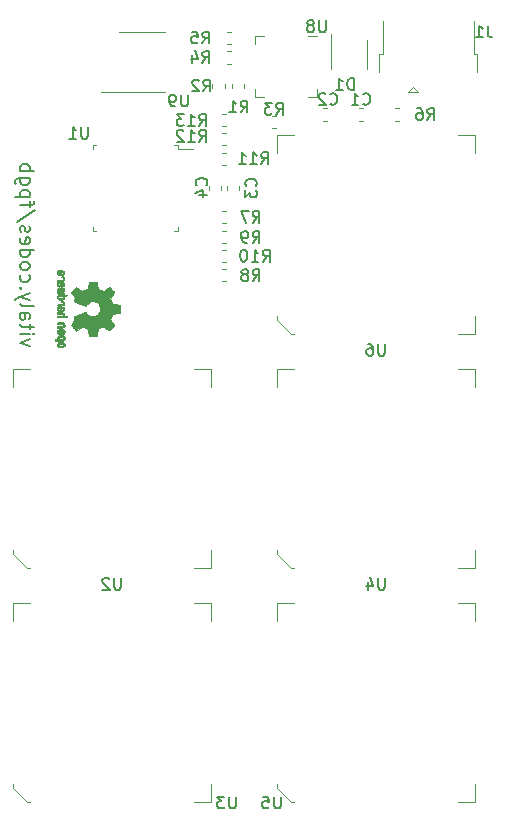
<source format=gbr>
G04 #@! TF.GenerationSoftware,KiCad,Pcbnew,(5.1.5-rc2)*
G04 #@! TF.CreationDate,2020-01-23T16:56:21-08:00*
G04 #@! TF.ProjectId,fpgb,66706762-2e6b-4696-9361-645f70636258,0.1*
G04 #@! TF.SameCoordinates,Original*
G04 #@! TF.FileFunction,Legend,Bot*
G04 #@! TF.FilePolarity,Positive*
%FSLAX46Y46*%
G04 Gerber Fmt 4.6, Leading zero omitted, Abs format (unit mm)*
G04 Created by KiCad (PCBNEW (5.1.5-rc2)) date 2020-01-23 16:56:21*
%MOMM*%
%LPD*%
G04 APERTURE LIST*
%ADD10C,0.200000*%
%ADD11C,0.010000*%
%ADD12C,0.120000*%
%ADD13C,0.150000*%
G04 APERTURE END LIST*
D10*
X100714142Y-70388785D02*
X99914142Y-70103071D01*
X100714142Y-69817357D01*
X99914142Y-69360214D02*
X100714142Y-69360214D01*
X101114142Y-69360214D02*
X101057000Y-69417357D01*
X100999857Y-69360214D01*
X101057000Y-69303071D01*
X101114142Y-69360214D01*
X100999857Y-69360214D01*
X100714142Y-68960214D02*
X100714142Y-68503071D01*
X101114142Y-68788785D02*
X100085571Y-68788785D01*
X99971285Y-68731642D01*
X99914142Y-68617357D01*
X99914142Y-68503071D01*
X99914142Y-67588785D02*
X100542714Y-67588785D01*
X100657000Y-67645928D01*
X100714142Y-67760214D01*
X100714142Y-67988785D01*
X100657000Y-68103071D01*
X99971285Y-67588785D02*
X99914142Y-67703071D01*
X99914142Y-67988785D01*
X99971285Y-68103071D01*
X100085571Y-68160214D01*
X100199857Y-68160214D01*
X100314142Y-68103071D01*
X100371285Y-67988785D01*
X100371285Y-67703071D01*
X100428428Y-67588785D01*
X99914142Y-66845928D02*
X99971285Y-66960214D01*
X100085571Y-67017357D01*
X101114142Y-67017357D01*
X100714142Y-66503071D02*
X99914142Y-66217357D01*
X100714142Y-65931642D02*
X99914142Y-66217357D01*
X99628428Y-66331642D01*
X99571285Y-66388785D01*
X99514142Y-66503071D01*
X100028428Y-65474500D02*
X99971285Y-65417357D01*
X99914142Y-65474500D01*
X99971285Y-65531642D01*
X100028428Y-65474500D01*
X99914142Y-65474500D01*
X99971285Y-64388785D02*
X99914142Y-64503071D01*
X99914142Y-64731642D01*
X99971285Y-64845928D01*
X100028428Y-64903071D01*
X100142714Y-64960214D01*
X100485571Y-64960214D01*
X100599857Y-64903071D01*
X100657000Y-64845928D01*
X100714142Y-64731642D01*
X100714142Y-64503071D01*
X100657000Y-64388785D01*
X99914142Y-63703071D02*
X99971285Y-63817357D01*
X100028428Y-63874500D01*
X100142714Y-63931642D01*
X100485571Y-63931642D01*
X100599857Y-63874500D01*
X100657000Y-63817357D01*
X100714142Y-63703071D01*
X100714142Y-63531642D01*
X100657000Y-63417357D01*
X100599857Y-63360214D01*
X100485571Y-63303071D01*
X100142714Y-63303071D01*
X100028428Y-63360214D01*
X99971285Y-63417357D01*
X99914142Y-63531642D01*
X99914142Y-63703071D01*
X99914142Y-62274500D02*
X101114142Y-62274500D01*
X99971285Y-62274500D02*
X99914142Y-62388785D01*
X99914142Y-62617357D01*
X99971285Y-62731642D01*
X100028428Y-62788785D01*
X100142714Y-62845928D01*
X100485571Y-62845928D01*
X100599857Y-62788785D01*
X100657000Y-62731642D01*
X100714142Y-62617357D01*
X100714142Y-62388785D01*
X100657000Y-62274500D01*
X99971285Y-61245928D02*
X99914142Y-61360214D01*
X99914142Y-61588785D01*
X99971285Y-61703071D01*
X100085571Y-61760214D01*
X100542714Y-61760214D01*
X100657000Y-61703071D01*
X100714142Y-61588785D01*
X100714142Y-61360214D01*
X100657000Y-61245928D01*
X100542714Y-61188785D01*
X100428428Y-61188785D01*
X100314142Y-61760214D01*
X99971285Y-60731642D02*
X99914142Y-60617357D01*
X99914142Y-60388785D01*
X99971285Y-60274500D01*
X100085571Y-60217357D01*
X100142714Y-60217357D01*
X100257000Y-60274500D01*
X100314142Y-60388785D01*
X100314142Y-60560214D01*
X100371285Y-60674500D01*
X100485571Y-60731642D01*
X100542714Y-60731642D01*
X100657000Y-60674500D01*
X100714142Y-60560214D01*
X100714142Y-60388785D01*
X100657000Y-60274500D01*
X101171285Y-58845928D02*
X99628428Y-59874500D01*
X100714142Y-58617357D02*
X100714142Y-58160214D01*
X99914142Y-58445928D02*
X100942714Y-58445928D01*
X101057000Y-58388785D01*
X101114142Y-58274500D01*
X101114142Y-58160214D01*
X100714142Y-57760214D02*
X99514142Y-57760214D01*
X100657000Y-57760214D02*
X100714142Y-57645928D01*
X100714142Y-57417357D01*
X100657000Y-57303071D01*
X100599857Y-57245928D01*
X100485571Y-57188785D01*
X100142714Y-57188785D01*
X100028428Y-57245928D01*
X99971285Y-57303071D01*
X99914142Y-57417357D01*
X99914142Y-57645928D01*
X99971285Y-57760214D01*
X100714142Y-56160214D02*
X99742714Y-56160214D01*
X99628428Y-56217357D01*
X99571285Y-56274500D01*
X99514142Y-56388785D01*
X99514142Y-56560214D01*
X99571285Y-56674500D01*
X99971285Y-56160214D02*
X99914142Y-56274500D01*
X99914142Y-56503071D01*
X99971285Y-56617357D01*
X100028428Y-56674500D01*
X100142714Y-56731642D01*
X100485571Y-56731642D01*
X100599857Y-56674500D01*
X100657000Y-56617357D01*
X100714142Y-56503071D01*
X100714142Y-56274500D01*
X100657000Y-56160214D01*
X99914142Y-55588785D02*
X101114142Y-55588785D01*
X100657000Y-55588785D02*
X100714142Y-55474500D01*
X100714142Y-55245928D01*
X100657000Y-55131642D01*
X100599857Y-55074500D01*
X100485571Y-55017357D01*
X100142714Y-55017357D01*
X100028428Y-55074500D01*
X99971285Y-55131642D01*
X99914142Y-55245928D01*
X99914142Y-55474500D01*
X99971285Y-55588785D01*
D11*
G36*
X108358152Y-67142590D02*
G01*
X108357722Y-67064046D01*
X108356558Y-67007202D01*
X108354293Y-66968395D01*
X108350560Y-66943962D01*
X108344994Y-66930238D01*
X108337227Y-66923560D01*
X108326895Y-66920264D01*
X108325557Y-66919944D01*
X108301421Y-66914938D01*
X108253799Y-66905671D01*
X108187759Y-66893108D01*
X108108372Y-66878213D01*
X108020704Y-66861949D01*
X108017625Y-66861381D01*
X107931711Y-66845090D01*
X107855804Y-66829848D01*
X107794455Y-66816639D01*
X107752218Y-66806446D01*
X107733645Y-66800252D01*
X107733316Y-66799957D01*
X107724247Y-66781712D01*
X107709133Y-66744095D01*
X107691238Y-66695229D01*
X107691142Y-66694957D01*
X107668007Y-66633407D01*
X107638535Y-66560843D01*
X107608903Y-66492443D01*
X107607438Y-66489206D01*
X107556874Y-66377798D01*
X107725340Y-66131101D01*
X107776697Y-66055423D01*
X107822611Y-65986869D01*
X107860470Y-65929412D01*
X107887663Y-65887024D01*
X107901579Y-65863675D01*
X107902611Y-65861458D01*
X107898016Y-65844490D01*
X107875845Y-65812799D01*
X107835053Y-65765148D01*
X107774595Y-65700302D01*
X107710273Y-65634103D01*
X107646888Y-65570286D01*
X107589049Y-65513171D01*
X107540325Y-65466195D01*
X107504290Y-65432797D01*
X107484516Y-65416415D01*
X107483498Y-65415806D01*
X107469928Y-65413995D01*
X107447767Y-65420817D01*
X107414022Y-65437960D01*
X107365700Y-65467107D01*
X107299808Y-65509945D01*
X107214983Y-65567052D01*
X107140323Y-65617734D01*
X107073360Y-65663039D01*
X107017984Y-65700350D01*
X106978080Y-65727048D01*
X106957538Y-65740515D01*
X106956144Y-65741363D01*
X106936462Y-65739719D01*
X106898207Y-65727255D01*
X106848611Y-65706452D01*
X106832772Y-65699038D01*
X106762210Y-65666686D01*
X106682147Y-65632172D01*
X106612871Y-65604135D01*
X106561455Y-65583932D01*
X106522381Y-65567885D01*
X106501959Y-65558612D01*
X106500386Y-65557459D01*
X106497779Y-65540404D01*
X106490637Y-65500202D01*
X106479977Y-65442198D01*
X106466815Y-65371737D01*
X106452167Y-65294165D01*
X106437051Y-65214828D01*
X106422482Y-65139069D01*
X106409478Y-65072236D01*
X106399055Y-65019672D01*
X106392230Y-64986724D01*
X106390301Y-64978643D01*
X106385538Y-64970295D01*
X106374782Y-64963994D01*
X106354402Y-64959455D01*
X106320766Y-64956396D01*
X106270245Y-64954533D01*
X106199208Y-64953582D01*
X106104024Y-64953260D01*
X106065008Y-64953243D01*
X105747701Y-64953243D01*
X105732661Y-65029443D01*
X105724505Y-65071837D01*
X105712601Y-65135100D01*
X105698384Y-65211538D01*
X105683290Y-65293457D01*
X105679145Y-65316100D01*
X105664447Y-65391694D01*
X105649995Y-65457547D01*
X105637125Y-65508134D01*
X105627178Y-65537926D01*
X105624213Y-65542888D01*
X105603217Y-65555074D01*
X105562533Y-65572547D01*
X105510178Y-65591923D01*
X105498900Y-65595766D01*
X105428977Y-65621161D01*
X105350082Y-65652683D01*
X105279234Y-65683531D01*
X105278905Y-65683683D01*
X105167767Y-65735053D01*
X104919247Y-65566101D01*
X104670728Y-65397148D01*
X104453442Y-65614071D01*
X104388774Y-65679681D01*
X104331767Y-65739521D01*
X104285467Y-65790233D01*
X104252916Y-65828454D01*
X104237157Y-65850825D01*
X104236157Y-65854034D01*
X104244031Y-65872874D01*
X104265922Y-65911320D01*
X104299233Y-65965170D01*
X104341369Y-66030224D01*
X104388557Y-66100560D01*
X104436690Y-66171945D01*
X104478572Y-66235592D01*
X104511629Y-66287459D01*
X104533282Y-66323505D01*
X104540957Y-66339633D01*
X104534463Y-66359311D01*
X104517350Y-66396625D01*
X104493174Y-66443879D01*
X104490487Y-66448888D01*
X104458573Y-66512523D01*
X104442921Y-66556159D01*
X104442755Y-66583298D01*
X104457296Y-66597443D01*
X104457500Y-66597525D01*
X104474721Y-66604595D01*
X104515601Y-66621458D01*
X104576975Y-66646805D01*
X104655681Y-66679329D01*
X104748553Y-66717722D01*
X104852428Y-66760678D01*
X104952998Y-66802278D01*
X105063984Y-66847996D01*
X105166797Y-66889974D01*
X105258285Y-66926952D01*
X105335299Y-66957673D01*
X105394685Y-66980878D01*
X105433291Y-66995310D01*
X105447700Y-66999757D01*
X105464228Y-66988604D01*
X105490570Y-66959431D01*
X105519613Y-66920529D01*
X105611461Y-66809743D01*
X105716741Y-66723149D01*
X105833234Y-66661784D01*
X105958724Y-66626685D01*
X106090993Y-66618892D01*
X106152043Y-66624557D01*
X106278705Y-66655422D01*
X106390559Y-66708580D01*
X106486499Y-66780733D01*
X106565424Y-66868583D01*
X106626230Y-66968835D01*
X106667813Y-67078190D01*
X106689072Y-67193353D01*
X106688901Y-67311025D01*
X106666199Y-67427910D01*
X106619862Y-67540711D01*
X106548787Y-67646131D01*
X106508589Y-67690132D01*
X106405371Y-67774521D01*
X106292575Y-67833278D01*
X106173490Y-67866796D01*
X106051405Y-67875465D01*
X105929607Y-67859677D01*
X105811384Y-67819822D01*
X105700025Y-67756293D01*
X105598816Y-67669479D01*
X105519613Y-67572471D01*
X105489338Y-67532063D01*
X105463281Y-67503518D01*
X105447675Y-67493243D01*
X105430657Y-67498623D01*
X105390000Y-67513925D01*
X105328858Y-67537888D01*
X105250381Y-67569256D01*
X105157720Y-67606768D01*
X105054028Y-67649167D01*
X104952974Y-67690837D01*
X104841893Y-67736810D01*
X104738959Y-67779393D01*
X104647335Y-67817279D01*
X104570184Y-67849160D01*
X104510669Y-67873729D01*
X104471956Y-67889680D01*
X104457500Y-67895590D01*
X104442815Y-67909552D01*
X104442858Y-67936560D01*
X104458401Y-67980087D01*
X104490216Y-68043610D01*
X104490487Y-68044112D01*
X104515177Y-68091940D01*
X104533162Y-68130603D01*
X104540886Y-68152405D01*
X104540957Y-68153367D01*
X104533122Y-68169779D01*
X104511335Y-68206013D01*
X104478172Y-68258026D01*
X104436209Y-68321775D01*
X104388557Y-68392440D01*
X104340309Y-68464384D01*
X104298349Y-68529226D01*
X104265273Y-68582765D01*
X104243679Y-68620803D01*
X104236157Y-68638967D01*
X104246043Y-68655692D01*
X104273674Y-68689320D01*
X104316005Y-68736490D01*
X104369995Y-68793842D01*
X104432601Y-68858016D01*
X104453517Y-68879003D01*
X104670877Y-69096001D01*
X104913280Y-68930832D01*
X104987719Y-68880636D01*
X105054528Y-68836581D01*
X105109835Y-68801138D01*
X105149771Y-68776781D01*
X105170464Y-68765978D01*
X105171937Y-68765662D01*
X105191442Y-68771357D01*
X105230678Y-68786674D01*
X105283070Y-68808963D01*
X105318145Y-68824607D01*
X105385299Y-68853859D01*
X105453142Y-68881406D01*
X105510466Y-68902763D01*
X105527928Y-68908565D01*
X105574562Y-68925048D01*
X105610595Y-68941160D01*
X105624213Y-68950010D01*
X105632548Y-68969540D01*
X105644363Y-69012166D01*
X105658319Y-69072355D01*
X105673078Y-69144578D01*
X105679145Y-69176900D01*
X105694227Y-69258978D01*
X105708831Y-69337705D01*
X105721520Y-69405391D01*
X105730858Y-69454340D01*
X105732661Y-69463557D01*
X105747701Y-69539757D01*
X106065008Y-69539757D01*
X106169346Y-69539586D01*
X106248287Y-69538884D01*
X106305462Y-69537366D01*
X106344501Y-69534751D01*
X106369035Y-69530754D01*
X106382695Y-69525091D01*
X106389111Y-69517480D01*
X106390301Y-69514357D01*
X106394520Y-69495522D01*
X106402938Y-69453912D01*
X106414539Y-69394870D01*
X106428305Y-69323743D01*
X106443220Y-69245875D01*
X106458268Y-69166613D01*
X106472431Y-69091302D01*
X106484694Y-69025287D01*
X106494039Y-68973913D01*
X106499450Y-68942525D01*
X106500386Y-68935541D01*
X106512904Y-68929215D01*
X106546254Y-68915210D01*
X106594123Y-68896145D01*
X106612871Y-68888866D01*
X106685305Y-68859504D01*
X106765330Y-68824929D01*
X106832772Y-68793963D01*
X106884341Y-68771177D01*
X106926715Y-68756018D01*
X106952666Y-68750958D01*
X106956144Y-68751764D01*
X106972564Y-68762459D01*
X107009083Y-68786880D01*
X107061813Y-68822405D01*
X107126865Y-68866413D01*
X107200349Y-68916283D01*
X107214855Y-68926144D01*
X107300796Y-68984008D01*
X107366239Y-69026544D01*
X107414196Y-69055446D01*
X107447680Y-69072410D01*
X107469705Y-69079133D01*
X107483283Y-69077310D01*
X107483369Y-69077264D01*
X107501203Y-69062914D01*
X107535683Y-69031177D01*
X107583232Y-68985490D01*
X107640278Y-68929296D01*
X107703245Y-68866032D01*
X107710273Y-68858898D01*
X107787480Y-68779170D01*
X107844170Y-68717643D01*
X107881390Y-68673079D01*
X107900185Y-68644243D01*
X107902611Y-68631542D01*
X107892029Y-68613006D01*
X107867584Y-68574539D01*
X107831888Y-68520114D01*
X107787553Y-68453702D01*
X107737189Y-68379275D01*
X107725340Y-68361899D01*
X107556874Y-68115203D01*
X107607438Y-68003794D01*
X107636905Y-67936043D01*
X107666541Y-67863317D01*
X107690170Y-67800797D01*
X107691142Y-67798043D01*
X107709043Y-67749140D01*
X107724180Y-67711443D01*
X107733290Y-67693075D01*
X107733316Y-67693044D01*
X107749783Y-67687215D01*
X107790281Y-67677308D01*
X107850258Y-67664305D01*
X107925160Y-67649191D01*
X108010436Y-67632948D01*
X108017625Y-67631619D01*
X108105486Y-67615325D01*
X108185240Y-67600367D01*
X108251819Y-67587709D01*
X108300153Y-67578314D01*
X108325175Y-67573146D01*
X108325557Y-67573056D01*
X108336201Y-67569911D01*
X108344238Y-67563796D01*
X108350033Y-67551047D01*
X108353953Y-67528000D01*
X108356365Y-67490991D01*
X108357635Y-67436356D01*
X108358129Y-67360433D01*
X108358214Y-67259556D01*
X108358214Y-67246500D01*
X108358152Y-67142590D01*
G37*
X108358152Y-67142590D02*
X108357722Y-67064046D01*
X108356558Y-67007202D01*
X108354293Y-66968395D01*
X108350560Y-66943962D01*
X108344994Y-66930238D01*
X108337227Y-66923560D01*
X108326895Y-66920264D01*
X108325557Y-66919944D01*
X108301421Y-66914938D01*
X108253799Y-66905671D01*
X108187759Y-66893108D01*
X108108372Y-66878213D01*
X108020704Y-66861949D01*
X108017625Y-66861381D01*
X107931711Y-66845090D01*
X107855804Y-66829848D01*
X107794455Y-66816639D01*
X107752218Y-66806446D01*
X107733645Y-66800252D01*
X107733316Y-66799957D01*
X107724247Y-66781712D01*
X107709133Y-66744095D01*
X107691238Y-66695229D01*
X107691142Y-66694957D01*
X107668007Y-66633407D01*
X107638535Y-66560843D01*
X107608903Y-66492443D01*
X107607438Y-66489206D01*
X107556874Y-66377798D01*
X107725340Y-66131101D01*
X107776697Y-66055423D01*
X107822611Y-65986869D01*
X107860470Y-65929412D01*
X107887663Y-65887024D01*
X107901579Y-65863675D01*
X107902611Y-65861458D01*
X107898016Y-65844490D01*
X107875845Y-65812799D01*
X107835053Y-65765148D01*
X107774595Y-65700302D01*
X107710273Y-65634103D01*
X107646888Y-65570286D01*
X107589049Y-65513171D01*
X107540325Y-65466195D01*
X107504290Y-65432797D01*
X107484516Y-65416415D01*
X107483498Y-65415806D01*
X107469928Y-65413995D01*
X107447767Y-65420817D01*
X107414022Y-65437960D01*
X107365700Y-65467107D01*
X107299808Y-65509945D01*
X107214983Y-65567052D01*
X107140323Y-65617734D01*
X107073360Y-65663039D01*
X107017984Y-65700350D01*
X106978080Y-65727048D01*
X106957538Y-65740515D01*
X106956144Y-65741363D01*
X106936462Y-65739719D01*
X106898207Y-65727255D01*
X106848611Y-65706452D01*
X106832772Y-65699038D01*
X106762210Y-65666686D01*
X106682147Y-65632172D01*
X106612871Y-65604135D01*
X106561455Y-65583932D01*
X106522381Y-65567885D01*
X106501959Y-65558612D01*
X106500386Y-65557459D01*
X106497779Y-65540404D01*
X106490637Y-65500202D01*
X106479977Y-65442198D01*
X106466815Y-65371737D01*
X106452167Y-65294165D01*
X106437051Y-65214828D01*
X106422482Y-65139069D01*
X106409478Y-65072236D01*
X106399055Y-65019672D01*
X106392230Y-64986724D01*
X106390301Y-64978643D01*
X106385538Y-64970295D01*
X106374782Y-64963994D01*
X106354402Y-64959455D01*
X106320766Y-64956396D01*
X106270245Y-64954533D01*
X106199208Y-64953582D01*
X106104024Y-64953260D01*
X106065008Y-64953243D01*
X105747701Y-64953243D01*
X105732661Y-65029443D01*
X105724505Y-65071837D01*
X105712601Y-65135100D01*
X105698384Y-65211538D01*
X105683290Y-65293457D01*
X105679145Y-65316100D01*
X105664447Y-65391694D01*
X105649995Y-65457547D01*
X105637125Y-65508134D01*
X105627178Y-65537926D01*
X105624213Y-65542888D01*
X105603217Y-65555074D01*
X105562533Y-65572547D01*
X105510178Y-65591923D01*
X105498900Y-65595766D01*
X105428977Y-65621161D01*
X105350082Y-65652683D01*
X105279234Y-65683531D01*
X105278905Y-65683683D01*
X105167767Y-65735053D01*
X104919247Y-65566101D01*
X104670728Y-65397148D01*
X104453442Y-65614071D01*
X104388774Y-65679681D01*
X104331767Y-65739521D01*
X104285467Y-65790233D01*
X104252916Y-65828454D01*
X104237157Y-65850825D01*
X104236157Y-65854034D01*
X104244031Y-65872874D01*
X104265922Y-65911320D01*
X104299233Y-65965170D01*
X104341369Y-66030224D01*
X104388557Y-66100560D01*
X104436690Y-66171945D01*
X104478572Y-66235592D01*
X104511629Y-66287459D01*
X104533282Y-66323505D01*
X104540957Y-66339633D01*
X104534463Y-66359311D01*
X104517350Y-66396625D01*
X104493174Y-66443879D01*
X104490487Y-66448888D01*
X104458573Y-66512523D01*
X104442921Y-66556159D01*
X104442755Y-66583298D01*
X104457296Y-66597443D01*
X104457500Y-66597525D01*
X104474721Y-66604595D01*
X104515601Y-66621458D01*
X104576975Y-66646805D01*
X104655681Y-66679329D01*
X104748553Y-66717722D01*
X104852428Y-66760678D01*
X104952998Y-66802278D01*
X105063984Y-66847996D01*
X105166797Y-66889974D01*
X105258285Y-66926952D01*
X105335299Y-66957673D01*
X105394685Y-66980878D01*
X105433291Y-66995310D01*
X105447700Y-66999757D01*
X105464228Y-66988604D01*
X105490570Y-66959431D01*
X105519613Y-66920529D01*
X105611461Y-66809743D01*
X105716741Y-66723149D01*
X105833234Y-66661784D01*
X105958724Y-66626685D01*
X106090993Y-66618892D01*
X106152043Y-66624557D01*
X106278705Y-66655422D01*
X106390559Y-66708580D01*
X106486499Y-66780733D01*
X106565424Y-66868583D01*
X106626230Y-66968835D01*
X106667813Y-67078190D01*
X106689072Y-67193353D01*
X106688901Y-67311025D01*
X106666199Y-67427910D01*
X106619862Y-67540711D01*
X106548787Y-67646131D01*
X106508589Y-67690132D01*
X106405371Y-67774521D01*
X106292575Y-67833278D01*
X106173490Y-67866796D01*
X106051405Y-67875465D01*
X105929607Y-67859677D01*
X105811384Y-67819822D01*
X105700025Y-67756293D01*
X105598816Y-67669479D01*
X105519613Y-67572471D01*
X105489338Y-67532063D01*
X105463281Y-67503518D01*
X105447675Y-67493243D01*
X105430657Y-67498623D01*
X105390000Y-67513925D01*
X105328858Y-67537888D01*
X105250381Y-67569256D01*
X105157720Y-67606768D01*
X105054028Y-67649167D01*
X104952974Y-67690837D01*
X104841893Y-67736810D01*
X104738959Y-67779393D01*
X104647335Y-67817279D01*
X104570184Y-67849160D01*
X104510669Y-67873729D01*
X104471956Y-67889680D01*
X104457500Y-67895590D01*
X104442815Y-67909552D01*
X104442858Y-67936560D01*
X104458401Y-67980087D01*
X104490216Y-68043610D01*
X104490487Y-68044112D01*
X104515177Y-68091940D01*
X104533162Y-68130603D01*
X104540886Y-68152405D01*
X104540957Y-68153367D01*
X104533122Y-68169779D01*
X104511335Y-68206013D01*
X104478172Y-68258026D01*
X104436209Y-68321775D01*
X104388557Y-68392440D01*
X104340309Y-68464384D01*
X104298349Y-68529226D01*
X104265273Y-68582765D01*
X104243679Y-68620803D01*
X104236157Y-68638967D01*
X104246043Y-68655692D01*
X104273674Y-68689320D01*
X104316005Y-68736490D01*
X104369995Y-68793842D01*
X104432601Y-68858016D01*
X104453517Y-68879003D01*
X104670877Y-69096001D01*
X104913280Y-68930832D01*
X104987719Y-68880636D01*
X105054528Y-68836581D01*
X105109835Y-68801138D01*
X105149771Y-68776781D01*
X105170464Y-68765978D01*
X105171937Y-68765662D01*
X105191442Y-68771357D01*
X105230678Y-68786674D01*
X105283070Y-68808963D01*
X105318145Y-68824607D01*
X105385299Y-68853859D01*
X105453142Y-68881406D01*
X105510466Y-68902763D01*
X105527928Y-68908565D01*
X105574562Y-68925048D01*
X105610595Y-68941160D01*
X105624213Y-68950010D01*
X105632548Y-68969540D01*
X105644363Y-69012166D01*
X105658319Y-69072355D01*
X105673078Y-69144578D01*
X105679145Y-69176900D01*
X105694227Y-69258978D01*
X105708831Y-69337705D01*
X105721520Y-69405391D01*
X105730858Y-69454340D01*
X105732661Y-69463557D01*
X105747701Y-69539757D01*
X106065008Y-69539757D01*
X106169346Y-69539586D01*
X106248287Y-69538884D01*
X106305462Y-69537366D01*
X106344501Y-69534751D01*
X106369035Y-69530754D01*
X106382695Y-69525091D01*
X106389111Y-69517480D01*
X106390301Y-69514357D01*
X106394520Y-69495522D01*
X106402938Y-69453912D01*
X106414539Y-69394870D01*
X106428305Y-69323743D01*
X106443220Y-69245875D01*
X106458268Y-69166613D01*
X106472431Y-69091302D01*
X106484694Y-69025287D01*
X106494039Y-68973913D01*
X106499450Y-68942525D01*
X106500386Y-68935541D01*
X106512904Y-68929215D01*
X106546254Y-68915210D01*
X106594123Y-68896145D01*
X106612871Y-68888866D01*
X106685305Y-68859504D01*
X106765330Y-68824929D01*
X106832772Y-68793963D01*
X106884341Y-68771177D01*
X106926715Y-68756018D01*
X106952666Y-68750958D01*
X106956144Y-68751764D01*
X106972564Y-68762459D01*
X107009083Y-68786880D01*
X107061813Y-68822405D01*
X107126865Y-68866413D01*
X107200349Y-68916283D01*
X107214855Y-68926144D01*
X107300796Y-68984008D01*
X107366239Y-69026544D01*
X107414196Y-69055446D01*
X107447680Y-69072410D01*
X107469705Y-69079133D01*
X107483283Y-69077310D01*
X107483369Y-69077264D01*
X107501203Y-69062914D01*
X107535683Y-69031177D01*
X107583232Y-68985490D01*
X107640278Y-68929296D01*
X107703245Y-68866032D01*
X107710273Y-68858898D01*
X107787480Y-68779170D01*
X107844170Y-68717643D01*
X107881390Y-68673079D01*
X107900185Y-68644243D01*
X107902611Y-68631542D01*
X107892029Y-68613006D01*
X107867584Y-68574539D01*
X107831888Y-68520114D01*
X107787553Y-68453702D01*
X107737189Y-68379275D01*
X107725340Y-68361899D01*
X107556874Y-68115203D01*
X107607438Y-68003794D01*
X107636905Y-67936043D01*
X107666541Y-67863317D01*
X107690170Y-67800797D01*
X107691142Y-67798043D01*
X107709043Y-67749140D01*
X107724180Y-67711443D01*
X107733290Y-67693075D01*
X107733316Y-67693044D01*
X107749783Y-67687215D01*
X107790281Y-67677308D01*
X107850258Y-67664305D01*
X107925160Y-67649191D01*
X108010436Y-67632948D01*
X108017625Y-67631619D01*
X108105486Y-67615325D01*
X108185240Y-67600367D01*
X108251819Y-67587709D01*
X108300153Y-67578314D01*
X108325175Y-67573146D01*
X108325557Y-67573056D01*
X108336201Y-67569911D01*
X108344238Y-67563796D01*
X108350033Y-67551047D01*
X108353953Y-67528000D01*
X108356365Y-67490991D01*
X108357635Y-67436356D01*
X108358129Y-67360433D01*
X108358214Y-67259556D01*
X108358214Y-67246500D01*
X108358152Y-67142590D01*
G36*
X103633534Y-64092905D02*
G01*
X103596003Y-64035479D01*
X103562404Y-64007781D01*
X103501436Y-63985838D01*
X103453192Y-63984095D01*
X103388684Y-63988043D01*
X103323566Y-64136814D01*
X103290298Y-64209151D01*
X103263536Y-64256416D01*
X103240356Y-64280993D01*
X103217833Y-64285263D01*
X103193045Y-64271611D01*
X103176614Y-64256557D01*
X103150265Y-64212754D01*
X103148419Y-64165111D01*
X103168954Y-64121355D01*
X103209748Y-64089211D01*
X103224153Y-64083462D01*
X103269144Y-64055924D01*
X103288318Y-64024242D01*
X103304721Y-63980786D01*
X103242534Y-63980786D01*
X103200217Y-63984628D01*
X103164531Y-63999677D01*
X103123557Y-64031220D01*
X103118233Y-64035908D01*
X103081780Y-64070994D01*
X103062217Y-64101153D01*
X103053217Y-64138885D01*
X103050270Y-64170165D01*
X103049535Y-64226115D01*
X103058840Y-64265945D01*
X103072654Y-64290792D01*
X103103033Y-64329844D01*
X103135887Y-64356875D01*
X103177206Y-64373983D01*
X103232979Y-64383262D01*
X103309195Y-64386807D01*
X103347878Y-64387090D01*
X103394253Y-64386128D01*
X103394253Y-64298493D01*
X103369374Y-64297477D01*
X103365300Y-64294944D01*
X103370835Y-64278226D01*
X103385483Y-64242251D01*
X103406310Y-64194169D01*
X103410786Y-64184114D01*
X103441686Y-64123348D01*
X103468843Y-64089868D01*
X103494280Y-64082510D01*
X103520019Y-64100109D01*
X103531391Y-64114644D01*
X103554136Y-64167090D01*
X103550378Y-64216178D01*
X103522616Y-64257273D01*
X103473348Y-64285742D01*
X103434243Y-64294869D01*
X103394253Y-64298493D01*
X103394253Y-64386128D01*
X103438251Y-64385215D01*
X103505116Y-64378304D01*
X103553805Y-64364616D01*
X103589651Y-64342404D01*
X103617987Y-64309926D01*
X103627145Y-64295767D01*
X103650993Y-64231447D01*
X103652494Y-64161027D01*
X103633534Y-64092905D01*
G37*
X103633534Y-64092905D02*
X103596003Y-64035479D01*
X103562404Y-64007781D01*
X103501436Y-63985838D01*
X103453192Y-63984095D01*
X103388684Y-63988043D01*
X103323566Y-64136814D01*
X103290298Y-64209151D01*
X103263536Y-64256416D01*
X103240356Y-64280993D01*
X103217833Y-64285263D01*
X103193045Y-64271611D01*
X103176614Y-64256557D01*
X103150265Y-64212754D01*
X103148419Y-64165111D01*
X103168954Y-64121355D01*
X103209748Y-64089211D01*
X103224153Y-64083462D01*
X103269144Y-64055924D01*
X103288318Y-64024242D01*
X103304721Y-63980786D01*
X103242534Y-63980786D01*
X103200217Y-63984628D01*
X103164531Y-63999677D01*
X103123557Y-64031220D01*
X103118233Y-64035908D01*
X103081780Y-64070994D01*
X103062217Y-64101153D01*
X103053217Y-64138885D01*
X103050270Y-64170165D01*
X103049535Y-64226115D01*
X103058840Y-64265945D01*
X103072654Y-64290792D01*
X103103033Y-64329844D01*
X103135887Y-64356875D01*
X103177206Y-64373983D01*
X103232979Y-64383262D01*
X103309195Y-64386807D01*
X103347878Y-64387090D01*
X103394253Y-64386128D01*
X103394253Y-64298493D01*
X103369374Y-64297477D01*
X103365300Y-64294944D01*
X103370835Y-64278226D01*
X103385483Y-64242251D01*
X103406310Y-64194169D01*
X103410786Y-64184114D01*
X103441686Y-64123348D01*
X103468843Y-64089868D01*
X103494280Y-64082510D01*
X103520019Y-64100109D01*
X103531391Y-64114644D01*
X103554136Y-64167090D01*
X103550378Y-64216178D01*
X103522616Y-64257273D01*
X103473348Y-64285742D01*
X103434243Y-64294869D01*
X103394253Y-64298493D01*
X103394253Y-64386128D01*
X103438251Y-64385215D01*
X103505116Y-64378304D01*
X103553805Y-64364616D01*
X103589651Y-64342404D01*
X103617987Y-64309926D01*
X103627145Y-64295767D01*
X103650993Y-64231447D01*
X103652494Y-64161027D01*
X103633534Y-64092905D01*
G36*
X103641748Y-64593900D02*
G01*
X103634166Y-64576552D01*
X103601372Y-64535144D01*
X103553953Y-64499735D01*
X103503349Y-64477836D01*
X103478402Y-64474271D01*
X103443573Y-64486221D01*
X103425143Y-64512433D01*
X103413984Y-64540536D01*
X103411928Y-64553405D01*
X103426851Y-64559671D01*
X103459325Y-64572044D01*
X103473998Y-64577472D01*
X103524756Y-64607910D01*
X103550073Y-64651980D01*
X103549294Y-64708490D01*
X103548297Y-64712675D01*
X103533993Y-64742845D01*
X103506107Y-64765024D01*
X103461213Y-64780173D01*
X103395885Y-64789250D01*
X103306696Y-64793214D01*
X103259239Y-64793586D01*
X103184429Y-64793770D01*
X103133431Y-64794978D01*
X103101029Y-64798191D01*
X103082005Y-64804391D01*
X103071144Y-64814560D01*
X103063228Y-64829681D01*
X103062830Y-64830554D01*
X103050519Y-64859672D01*
X103045986Y-64874097D01*
X103059691Y-64876314D01*
X103097575Y-64878211D01*
X103154785Y-64879653D01*
X103226473Y-64880502D01*
X103278935Y-64880671D01*
X103380453Y-64879808D01*
X103457468Y-64876430D01*
X103514477Y-64869358D01*
X103555974Y-64857412D01*
X103586457Y-64839410D01*
X103610420Y-64814173D01*
X103627145Y-64789253D01*
X103649403Y-64729329D01*
X103654424Y-64659589D01*
X103641748Y-64593900D01*
G37*
X103641748Y-64593900D02*
X103634166Y-64576552D01*
X103601372Y-64535144D01*
X103553953Y-64499735D01*
X103503349Y-64477836D01*
X103478402Y-64474271D01*
X103443573Y-64486221D01*
X103425143Y-64512433D01*
X103413984Y-64540536D01*
X103411928Y-64553405D01*
X103426851Y-64559671D01*
X103459325Y-64572044D01*
X103473998Y-64577472D01*
X103524756Y-64607910D01*
X103550073Y-64651980D01*
X103549294Y-64708490D01*
X103548297Y-64712675D01*
X103533993Y-64742845D01*
X103506107Y-64765024D01*
X103461213Y-64780173D01*
X103395885Y-64789250D01*
X103306696Y-64793214D01*
X103259239Y-64793586D01*
X103184429Y-64793770D01*
X103133431Y-64794978D01*
X103101029Y-64798191D01*
X103082005Y-64804391D01*
X103071144Y-64814560D01*
X103063228Y-64829681D01*
X103062830Y-64830554D01*
X103050519Y-64859672D01*
X103045986Y-64874097D01*
X103059691Y-64876314D01*
X103097575Y-64878211D01*
X103154785Y-64879653D01*
X103226473Y-64880502D01*
X103278935Y-64880671D01*
X103380453Y-64879808D01*
X103457468Y-64876430D01*
X103514477Y-64869358D01*
X103555974Y-64857412D01*
X103586457Y-64839410D01*
X103610420Y-64814173D01*
X103627145Y-64789253D01*
X103649403Y-64729329D01*
X103654424Y-64659589D01*
X103641748Y-64593900D01*
G36*
X103644165Y-65101624D02*
G01*
X103625156Y-65059833D01*
X103602122Y-65027031D01*
X103576367Y-65002997D01*
X103543142Y-64986403D01*
X103497700Y-64975923D01*
X103435293Y-64970229D01*
X103351173Y-64967993D01*
X103295779Y-64967757D01*
X103079674Y-64967757D01*
X103062830Y-65004726D01*
X103050519Y-65033844D01*
X103045986Y-65048269D01*
X103059475Y-65051028D01*
X103095847Y-65053218D01*
X103148958Y-65054558D01*
X103191128Y-65054843D01*
X103252053Y-65056066D01*
X103300385Y-65059364D01*
X103329982Y-65064179D01*
X103336271Y-65068004D01*
X103329848Y-65093717D01*
X103313375Y-65134082D01*
X103291042Y-65180821D01*
X103267043Y-65225655D01*
X103245570Y-65260307D01*
X103230815Y-65276498D01*
X103230655Y-65276562D01*
X103203348Y-65275170D01*
X103177281Y-65262682D01*
X103156108Y-65240757D01*
X103149026Y-65208757D01*
X103149851Y-65181408D01*
X103150458Y-65142674D01*
X103141384Y-65122342D01*
X103117408Y-65110131D01*
X103112887Y-65108591D01*
X103078694Y-65103297D01*
X103057932Y-65117453D01*
X103048038Y-65154352D01*
X103046208Y-65194211D01*
X103059773Y-65265938D01*
X103079145Y-65303068D01*
X103124655Y-65348924D01*
X103180517Y-65373244D01*
X103239543Y-65375427D01*
X103294547Y-65354871D01*
X103329014Y-65323951D01*
X103348311Y-65293080D01*
X103372741Y-65244558D01*
X103397515Y-65188015D01*
X103401301Y-65178590D01*
X103428709Y-65116481D01*
X103452866Y-65080678D01*
X103476881Y-65069163D01*
X103503865Y-65079920D01*
X103524957Y-65098386D01*
X103550928Y-65142031D01*
X103552876Y-65190054D01*
X103532863Y-65234094D01*
X103492949Y-65265791D01*
X103482652Y-65269951D01*
X103444776Y-65294173D01*
X103416658Y-65329535D01*
X103393583Y-65374157D01*
X103459015Y-65374157D01*
X103498994Y-65371531D01*
X103530503Y-65360270D01*
X103564122Y-65335301D01*
X103590016Y-65311331D01*
X103626683Y-65274059D01*
X103646379Y-65245099D01*
X103654280Y-65213995D01*
X103655586Y-65178787D01*
X103644165Y-65101624D01*
G37*
X103644165Y-65101624D02*
X103625156Y-65059833D01*
X103602122Y-65027031D01*
X103576367Y-65002997D01*
X103543142Y-64986403D01*
X103497700Y-64975923D01*
X103435293Y-64970229D01*
X103351173Y-64967993D01*
X103295779Y-64967757D01*
X103079674Y-64967757D01*
X103062830Y-65004726D01*
X103050519Y-65033844D01*
X103045986Y-65048269D01*
X103059475Y-65051028D01*
X103095847Y-65053218D01*
X103148958Y-65054558D01*
X103191128Y-65054843D01*
X103252053Y-65056066D01*
X103300385Y-65059364D01*
X103329982Y-65064179D01*
X103336271Y-65068004D01*
X103329848Y-65093717D01*
X103313375Y-65134082D01*
X103291042Y-65180821D01*
X103267043Y-65225655D01*
X103245570Y-65260307D01*
X103230815Y-65276498D01*
X103230655Y-65276562D01*
X103203348Y-65275170D01*
X103177281Y-65262682D01*
X103156108Y-65240757D01*
X103149026Y-65208757D01*
X103149851Y-65181408D01*
X103150458Y-65142674D01*
X103141384Y-65122342D01*
X103117408Y-65110131D01*
X103112887Y-65108591D01*
X103078694Y-65103297D01*
X103057932Y-65117453D01*
X103048038Y-65154352D01*
X103046208Y-65194211D01*
X103059773Y-65265938D01*
X103079145Y-65303068D01*
X103124655Y-65348924D01*
X103180517Y-65373244D01*
X103239543Y-65375427D01*
X103294547Y-65354871D01*
X103329014Y-65323951D01*
X103348311Y-65293080D01*
X103372741Y-65244558D01*
X103397515Y-65188015D01*
X103401301Y-65178590D01*
X103428709Y-65116481D01*
X103452866Y-65080678D01*
X103476881Y-65069163D01*
X103503865Y-65079920D01*
X103524957Y-65098386D01*
X103550928Y-65142031D01*
X103552876Y-65190054D01*
X103532863Y-65234094D01*
X103492949Y-65265791D01*
X103482652Y-65269951D01*
X103444776Y-65294173D01*
X103416658Y-65329535D01*
X103393583Y-65374157D01*
X103459015Y-65374157D01*
X103498994Y-65371531D01*
X103530503Y-65360270D01*
X103564122Y-65335301D01*
X103590016Y-65311331D01*
X103626683Y-65274059D01*
X103646379Y-65245099D01*
X103654280Y-65213995D01*
X103655586Y-65178787D01*
X103644165Y-65101624D01*
G36*
X103641837Y-65466667D02*
G01*
X103603650Y-65464452D01*
X103545614Y-65462716D01*
X103472320Y-65461601D01*
X103395445Y-65461243D01*
X103135304Y-65461243D01*
X103089373Y-65507174D01*
X103061071Y-65538825D01*
X103049607Y-65566610D01*
X103050332Y-65604585D01*
X103052179Y-65619660D01*
X103057552Y-65666774D01*
X103060631Y-65705744D01*
X103060915Y-65715243D01*
X103059055Y-65747267D01*
X103054386Y-65793068D01*
X103052179Y-65810826D01*
X103048765Y-65854443D01*
X103056180Y-65883755D01*
X103079073Y-65912820D01*
X103089373Y-65923312D01*
X103135304Y-65969243D01*
X103621898Y-65969243D01*
X103638742Y-65932274D01*
X103651218Y-65900441D01*
X103655586Y-65881817D01*
X103641782Y-65877042D01*
X103603214Y-65872579D01*
X103544144Y-65868725D01*
X103468837Y-65865778D01*
X103405214Y-65864357D01*
X103154843Y-65860386D01*
X103149944Y-65825741D01*
X103153369Y-65794232D01*
X103164459Y-65778792D01*
X103185192Y-65774477D01*
X103229355Y-65770792D01*
X103291354Y-65768031D01*
X103365591Y-65766488D01*
X103403794Y-65766265D01*
X103623717Y-65766043D01*
X103639651Y-65720334D01*
X103650485Y-65687982D01*
X103655538Y-65670385D01*
X103655586Y-65669877D01*
X103641852Y-65668112D01*
X103603770Y-65666171D01*
X103546018Y-65664218D01*
X103473273Y-65662416D01*
X103405214Y-65661157D01*
X103154843Y-65657186D01*
X103154843Y-65570100D01*
X103383260Y-65566104D01*
X103611678Y-65562108D01*
X103633632Y-65519653D01*
X103648707Y-65488308D01*
X103655549Y-65469756D01*
X103655586Y-65469221D01*
X103641837Y-65466667D01*
G37*
X103641837Y-65466667D02*
X103603650Y-65464452D01*
X103545614Y-65462716D01*
X103472320Y-65461601D01*
X103395445Y-65461243D01*
X103135304Y-65461243D01*
X103089373Y-65507174D01*
X103061071Y-65538825D01*
X103049607Y-65566610D01*
X103050332Y-65604585D01*
X103052179Y-65619660D01*
X103057552Y-65666774D01*
X103060631Y-65705744D01*
X103060915Y-65715243D01*
X103059055Y-65747267D01*
X103054386Y-65793068D01*
X103052179Y-65810826D01*
X103048765Y-65854443D01*
X103056180Y-65883755D01*
X103079073Y-65912820D01*
X103089373Y-65923312D01*
X103135304Y-65969243D01*
X103621898Y-65969243D01*
X103638742Y-65932274D01*
X103651218Y-65900441D01*
X103655586Y-65881817D01*
X103641782Y-65877042D01*
X103603214Y-65872579D01*
X103544144Y-65868725D01*
X103468837Y-65865778D01*
X103405214Y-65864357D01*
X103154843Y-65860386D01*
X103149944Y-65825741D01*
X103153369Y-65794232D01*
X103164459Y-65778792D01*
X103185192Y-65774477D01*
X103229355Y-65770792D01*
X103291354Y-65768031D01*
X103365591Y-65766488D01*
X103403794Y-65766265D01*
X103623717Y-65766043D01*
X103639651Y-65720334D01*
X103650485Y-65687982D01*
X103655538Y-65670385D01*
X103655586Y-65669877D01*
X103641852Y-65668112D01*
X103603770Y-65666171D01*
X103546018Y-65664218D01*
X103473273Y-65662416D01*
X103405214Y-65661157D01*
X103154843Y-65657186D01*
X103154843Y-65570100D01*
X103383260Y-65566104D01*
X103611678Y-65562108D01*
X103633632Y-65519653D01*
X103648707Y-65488308D01*
X103655549Y-65469756D01*
X103655586Y-65469221D01*
X103641837Y-65466667D01*
G36*
X103535142Y-66056383D02*
G01*
X103426663Y-66056567D01*
X103343213Y-66057281D01*
X103280796Y-66058825D01*
X103235415Y-66061499D01*
X103203071Y-66065606D01*
X103179767Y-66071445D01*
X103161505Y-66079318D01*
X103151082Y-66085279D01*
X103094555Y-66134645D01*
X103059123Y-66197236D01*
X103046410Y-66266487D01*
X103058037Y-66335832D01*
X103078932Y-66377125D01*
X103115078Y-66420475D01*
X103159224Y-66450019D01*
X103217038Y-66467845D01*
X103294187Y-66476037D01*
X103350786Y-66477198D01*
X103354853Y-66477042D01*
X103354853Y-66375643D01*
X103289950Y-66375024D01*
X103246986Y-66372186D01*
X103218878Y-66365660D01*
X103198547Y-66353977D01*
X103183212Y-66340017D01*
X103153610Y-66293135D01*
X103151081Y-66242799D01*
X103175795Y-66195224D01*
X103179144Y-66191521D01*
X103196565Y-66175717D01*
X103217291Y-66165807D01*
X103248138Y-66160442D01*
X103295923Y-66158272D01*
X103348752Y-66157929D01*
X103415119Y-66158673D01*
X103459394Y-66161752D01*
X103488491Y-66168439D01*
X103509327Y-66180004D01*
X103520393Y-66189487D01*
X103548302Y-66233540D01*
X103551657Y-66284276D01*
X103530341Y-66332704D01*
X103522427Y-66342050D01*
X103504853Y-66357960D01*
X103483913Y-66367890D01*
X103452718Y-66373222D01*
X103404378Y-66375337D01*
X103354853Y-66375643D01*
X103354853Y-66477042D01*
X103441932Y-66473690D01*
X103510414Y-66461774D01*
X103561900Y-66439365D01*
X103602057Y-66404376D01*
X103622639Y-66377125D01*
X103644875Y-66327593D01*
X103655196Y-66270184D01*
X103652433Y-66216818D01*
X103641288Y-66186957D01*
X103638117Y-66175239D01*
X103649943Y-66167463D01*
X103681634Y-66162035D01*
X103729907Y-66157929D01*
X103783671Y-66153433D01*
X103816018Y-66147187D01*
X103834515Y-66135824D01*
X103846730Y-66115972D01*
X103852138Y-66103500D01*
X103871899Y-66056329D01*
X103535142Y-66056383D01*
G37*
X103535142Y-66056383D02*
X103426663Y-66056567D01*
X103343213Y-66057281D01*
X103280796Y-66058825D01*
X103235415Y-66061499D01*
X103203071Y-66065606D01*
X103179767Y-66071445D01*
X103161505Y-66079318D01*
X103151082Y-66085279D01*
X103094555Y-66134645D01*
X103059123Y-66197236D01*
X103046410Y-66266487D01*
X103058037Y-66335832D01*
X103078932Y-66377125D01*
X103115078Y-66420475D01*
X103159224Y-66450019D01*
X103217038Y-66467845D01*
X103294187Y-66476037D01*
X103350786Y-66477198D01*
X103354853Y-66477042D01*
X103354853Y-66375643D01*
X103289950Y-66375024D01*
X103246986Y-66372186D01*
X103218878Y-66365660D01*
X103198547Y-66353977D01*
X103183212Y-66340017D01*
X103153610Y-66293135D01*
X103151081Y-66242799D01*
X103175795Y-66195224D01*
X103179144Y-66191521D01*
X103196565Y-66175717D01*
X103217291Y-66165807D01*
X103248138Y-66160442D01*
X103295923Y-66158272D01*
X103348752Y-66157929D01*
X103415119Y-66158673D01*
X103459394Y-66161752D01*
X103488491Y-66168439D01*
X103509327Y-66180004D01*
X103520393Y-66189487D01*
X103548302Y-66233540D01*
X103551657Y-66284276D01*
X103530341Y-66332704D01*
X103522427Y-66342050D01*
X103504853Y-66357960D01*
X103483913Y-66367890D01*
X103452718Y-66373222D01*
X103404378Y-66375337D01*
X103354853Y-66375643D01*
X103354853Y-66477042D01*
X103441932Y-66473690D01*
X103510414Y-66461774D01*
X103561900Y-66439365D01*
X103602057Y-66404376D01*
X103622639Y-66377125D01*
X103644875Y-66327593D01*
X103655196Y-66270184D01*
X103652433Y-66216818D01*
X103641288Y-66186957D01*
X103638117Y-66175239D01*
X103649943Y-66167463D01*
X103681634Y-66162035D01*
X103729907Y-66157929D01*
X103783671Y-66153433D01*
X103816018Y-66147187D01*
X103834515Y-66135824D01*
X103846730Y-66115972D01*
X103852138Y-66103500D01*
X103871899Y-66056329D01*
X103535142Y-66056383D01*
G36*
X103650745Y-66716574D02*
G01*
X103626416Y-66650642D01*
X103583383Y-66597227D01*
X103553091Y-66576336D01*
X103497506Y-66553561D01*
X103457314Y-66554034D01*
X103430283Y-66577938D01*
X103425687Y-66586783D01*
X103411356Y-66624970D01*
X103415028Y-66644472D01*
X103439093Y-66651078D01*
X103452386Y-66651414D01*
X103501290Y-66663508D01*
X103535501Y-66695029D01*
X103552024Y-66738841D01*
X103547866Y-66787805D01*
X103526273Y-66827606D01*
X103513956Y-66841050D01*
X103499013Y-66850579D01*
X103476425Y-66857015D01*
X103441172Y-66861183D01*
X103388234Y-66863903D01*
X103312593Y-66865998D01*
X103288643Y-66866540D01*
X103206710Y-66868519D01*
X103149045Y-66870769D01*
X103110892Y-66874143D01*
X103087496Y-66879494D01*
X103074102Y-66887676D01*
X103065955Y-66899541D01*
X103062356Y-66907138D01*
X103050048Y-66939398D01*
X103045986Y-66958389D01*
X103059552Y-66964664D01*
X103100566Y-66968494D01*
X103169501Y-66969900D01*
X103266831Y-66968902D01*
X103281843Y-66968592D01*
X103370641Y-66966399D01*
X103435481Y-66963807D01*
X103481433Y-66960118D01*
X103513565Y-66954636D01*
X103536947Y-66946665D01*
X103556648Y-66935507D01*
X103565090Y-66929670D01*
X103602443Y-66896204D01*
X103631497Y-66858773D01*
X103634033Y-66854191D01*
X103654057Y-66787074D01*
X103650745Y-66716574D01*
G37*
X103650745Y-66716574D02*
X103626416Y-66650642D01*
X103583383Y-66597227D01*
X103553091Y-66576336D01*
X103497506Y-66553561D01*
X103457314Y-66554034D01*
X103430283Y-66577938D01*
X103425687Y-66586783D01*
X103411356Y-66624970D01*
X103415028Y-66644472D01*
X103439093Y-66651078D01*
X103452386Y-66651414D01*
X103501290Y-66663508D01*
X103535501Y-66695029D01*
X103552024Y-66738841D01*
X103547866Y-66787805D01*
X103526273Y-66827606D01*
X103513956Y-66841050D01*
X103499013Y-66850579D01*
X103476425Y-66857015D01*
X103441172Y-66861183D01*
X103388234Y-66863903D01*
X103312593Y-66865998D01*
X103288643Y-66866540D01*
X103206710Y-66868519D01*
X103149045Y-66870769D01*
X103110892Y-66874143D01*
X103087496Y-66879494D01*
X103074102Y-66887676D01*
X103065955Y-66899541D01*
X103062356Y-66907138D01*
X103050048Y-66939398D01*
X103045986Y-66958389D01*
X103059552Y-66964664D01*
X103100566Y-66968494D01*
X103169501Y-66969900D01*
X103266831Y-66968902D01*
X103281843Y-66968592D01*
X103370641Y-66966399D01*
X103435481Y-66963807D01*
X103481433Y-66960118D01*
X103513565Y-66954636D01*
X103536947Y-66946665D01*
X103556648Y-66935507D01*
X103565090Y-66929670D01*
X103602443Y-66896204D01*
X103631497Y-66858773D01*
X103634033Y-66854191D01*
X103654057Y-66787074D01*
X103650745Y-66716574D01*
G36*
X103649532Y-67206756D02*
G01*
X103628413Y-67149884D01*
X103628007Y-67149233D01*
X103602120Y-67114060D01*
X103571867Y-67088093D01*
X103532442Y-67069830D01*
X103479038Y-67057768D01*
X103406849Y-67050404D01*
X103311068Y-67046236D01*
X103297422Y-67045871D01*
X103091658Y-67040624D01*
X103068822Y-67084784D01*
X103053390Y-67116737D01*
X103046077Y-67136030D01*
X103045986Y-67136922D01*
X103059478Y-67140261D01*
X103095874Y-67142913D01*
X103149048Y-67144544D01*
X103192107Y-67144900D01*
X103261859Y-67144908D01*
X103305663Y-67148097D01*
X103326556Y-67159212D01*
X103327575Y-67182999D01*
X103311759Y-67224204D01*
X103282685Y-67286414D01*
X103258537Y-67332159D01*
X103237587Y-67355687D01*
X103214753Y-67362604D01*
X103213623Y-67362614D01*
X103174288Y-67351201D01*
X103153038Y-67317408D01*
X103149961Y-67265691D01*
X103150494Y-67228439D01*
X103139765Y-67208797D01*
X103113995Y-67196548D01*
X103081163Y-67189498D01*
X103062534Y-67199658D01*
X103059868Y-67203483D01*
X103049160Y-67239499D01*
X103047644Y-67289934D01*
X103054741Y-67341874D01*
X103067712Y-67378678D01*
X103110915Y-67429562D01*
X103171054Y-67458486D01*
X103218038Y-67464214D01*
X103260418Y-67459843D01*
X103295012Y-67444025D01*
X103325737Y-67412703D01*
X103356510Y-67361822D01*
X103391248Y-67287324D01*
X103393212Y-67282786D01*
X103424213Y-67215679D01*
X103449638Y-67174268D01*
X103472486Y-67156519D01*
X103495755Y-67160393D01*
X103522444Y-67183857D01*
X103528586Y-67190873D01*
X103552400Y-67237870D01*
X103551397Y-67286567D01*
X103528049Y-67328978D01*
X103484825Y-67357116D01*
X103476340Y-67359731D01*
X103435192Y-67385192D01*
X103415372Y-67417499D01*
X103395730Y-67464214D01*
X103446550Y-67464214D01*
X103520418Y-67450004D01*
X103588173Y-67407825D01*
X103610839Y-67385876D01*
X103639931Y-67335983D01*
X103653100Y-67272533D01*
X103649532Y-67206756D01*
G37*
X103649532Y-67206756D02*
X103628413Y-67149884D01*
X103628007Y-67149233D01*
X103602120Y-67114060D01*
X103571867Y-67088093D01*
X103532442Y-67069830D01*
X103479038Y-67057768D01*
X103406849Y-67050404D01*
X103311068Y-67046236D01*
X103297422Y-67045871D01*
X103091658Y-67040624D01*
X103068822Y-67084784D01*
X103053390Y-67116737D01*
X103046077Y-67136030D01*
X103045986Y-67136922D01*
X103059478Y-67140261D01*
X103095874Y-67142913D01*
X103149048Y-67144544D01*
X103192107Y-67144900D01*
X103261859Y-67144908D01*
X103305663Y-67148097D01*
X103326556Y-67159212D01*
X103327575Y-67182999D01*
X103311759Y-67224204D01*
X103282685Y-67286414D01*
X103258537Y-67332159D01*
X103237587Y-67355687D01*
X103214753Y-67362604D01*
X103213623Y-67362614D01*
X103174288Y-67351201D01*
X103153038Y-67317408D01*
X103149961Y-67265691D01*
X103150494Y-67228439D01*
X103139765Y-67208797D01*
X103113995Y-67196548D01*
X103081163Y-67189498D01*
X103062534Y-67199658D01*
X103059868Y-67203483D01*
X103049160Y-67239499D01*
X103047644Y-67289934D01*
X103054741Y-67341874D01*
X103067712Y-67378678D01*
X103110915Y-67429562D01*
X103171054Y-67458486D01*
X103218038Y-67464214D01*
X103260418Y-67459843D01*
X103295012Y-67444025D01*
X103325737Y-67412703D01*
X103356510Y-67361822D01*
X103391248Y-67287324D01*
X103393212Y-67282786D01*
X103424213Y-67215679D01*
X103449638Y-67174268D01*
X103472486Y-67156519D01*
X103495755Y-67160393D01*
X103522444Y-67183857D01*
X103528586Y-67190873D01*
X103552400Y-67237870D01*
X103551397Y-67286567D01*
X103528049Y-67328978D01*
X103484825Y-67357116D01*
X103476340Y-67359731D01*
X103435192Y-67385192D01*
X103415372Y-67417499D01*
X103395730Y-67464214D01*
X103446550Y-67464214D01*
X103520418Y-67450004D01*
X103588173Y-67407825D01*
X103610839Y-67385876D01*
X103639931Y-67335983D01*
X103653100Y-67272533D01*
X103649532Y-67206756D01*
G36*
X103749211Y-67870614D02*
G01*
X103689887Y-67866361D01*
X103654928Y-67861475D01*
X103639680Y-67854705D01*
X103639485Y-67844798D01*
X103641305Y-67841586D01*
X103654485Y-67798856D01*
X103653715Y-67743273D01*
X103640167Y-67686763D01*
X103622639Y-67651418D01*
X103594639Y-67615179D01*
X103562951Y-67588687D01*
X103522687Y-67570501D01*
X103468957Y-67559178D01*
X103396874Y-67553278D01*
X103301549Y-67551357D01*
X103283263Y-67551323D01*
X103077854Y-67551300D01*
X103061920Y-67597009D01*
X103051080Y-67629473D01*
X103046032Y-67647285D01*
X103045986Y-67647809D01*
X103059672Y-67649563D01*
X103097424Y-67651056D01*
X103154276Y-67652174D01*
X103225266Y-67652803D01*
X103268427Y-67652900D01*
X103353527Y-67653102D01*
X103414519Y-67654142D01*
X103456323Y-67656669D01*
X103483858Y-67661336D01*
X103502044Y-67668793D01*
X103515802Y-67679689D01*
X103522427Y-67686493D01*
X103549125Y-67733228D01*
X103551125Y-67784228D01*
X103528545Y-67830499D01*
X103520393Y-67839056D01*
X103505064Y-67851607D01*
X103486882Y-67860312D01*
X103460591Y-67865869D01*
X103420938Y-67868974D01*
X103362668Y-67870324D01*
X103282327Y-67870614D01*
X103077854Y-67870614D01*
X103061920Y-67916323D01*
X103051080Y-67948787D01*
X103046032Y-67966599D01*
X103045986Y-67967123D01*
X103059877Y-67968463D01*
X103099061Y-67969672D01*
X103159800Y-67970699D01*
X103238359Y-67971498D01*
X103331002Y-67972019D01*
X103433991Y-67972214D01*
X103831158Y-67972214D01*
X103851056Y-67925043D01*
X103870953Y-67877871D01*
X103749211Y-67870614D01*
G37*
X103749211Y-67870614D02*
X103689887Y-67866361D01*
X103654928Y-67861475D01*
X103639680Y-67854705D01*
X103639485Y-67844798D01*
X103641305Y-67841586D01*
X103654485Y-67798856D01*
X103653715Y-67743273D01*
X103640167Y-67686763D01*
X103622639Y-67651418D01*
X103594639Y-67615179D01*
X103562951Y-67588687D01*
X103522687Y-67570501D01*
X103468957Y-67559178D01*
X103396874Y-67553278D01*
X103301549Y-67551357D01*
X103283263Y-67551323D01*
X103077854Y-67551300D01*
X103061920Y-67597009D01*
X103051080Y-67629473D01*
X103046032Y-67647285D01*
X103045986Y-67647809D01*
X103059672Y-67649563D01*
X103097424Y-67651056D01*
X103154276Y-67652174D01*
X103225266Y-67652803D01*
X103268427Y-67652900D01*
X103353527Y-67653102D01*
X103414519Y-67654142D01*
X103456323Y-67656669D01*
X103483858Y-67661336D01*
X103502044Y-67668793D01*
X103515802Y-67679689D01*
X103522427Y-67686493D01*
X103549125Y-67733228D01*
X103551125Y-67784228D01*
X103528545Y-67830499D01*
X103520393Y-67839056D01*
X103505064Y-67851607D01*
X103486882Y-67860312D01*
X103460591Y-67865869D01*
X103420938Y-67868974D01*
X103362668Y-67870324D01*
X103282327Y-67870614D01*
X103077854Y-67870614D01*
X103061920Y-67916323D01*
X103051080Y-67948787D01*
X103046032Y-67966599D01*
X103045986Y-67967123D01*
X103059877Y-67968463D01*
X103099061Y-67969672D01*
X103159800Y-67970699D01*
X103238359Y-67971498D01*
X103331002Y-67972019D01*
X103433991Y-67972214D01*
X103831158Y-67972214D01*
X103851056Y-67925043D01*
X103870953Y-67877871D01*
X103749211Y-67870614D01*
G36*
X103669261Y-69078197D02*
G01*
X103630765Y-69020973D01*
X103575165Y-68976751D01*
X103504414Y-68950333D01*
X103452338Y-68944990D01*
X103430607Y-68945597D01*
X103413969Y-68950678D01*
X103399063Y-68964645D01*
X103382527Y-68991911D01*
X103361002Y-69036888D01*
X103331126Y-69103989D01*
X103330976Y-69104329D01*
X103302687Y-69166093D01*
X103277567Y-69216741D01*
X103258321Y-69251096D01*
X103247652Y-69263982D01*
X103247566Y-69263986D01*
X103224334Y-69252628D01*
X103198726Y-69226069D01*
X103180279Y-69195577D01*
X103176614Y-69180130D01*
X103189288Y-69137985D01*
X103221029Y-69101692D01*
X103255928Y-69083983D01*
X103281655Y-69066948D01*
X103310954Y-69033578D01*
X103336265Y-68994351D01*
X103350029Y-68959744D01*
X103350786Y-68952507D01*
X103338340Y-68944361D01*
X103306528Y-68943870D01*
X103263634Y-68949857D01*
X103217942Y-68961143D01*
X103177739Y-68976550D01*
X103176178Y-68977329D01*
X103111438Y-69023696D01*
X103067403Y-69083789D01*
X103045789Y-69152035D01*
X103048315Y-69222862D01*
X103076696Y-69290696D01*
X103078692Y-69293712D01*
X103127052Y-69347073D01*
X103190148Y-69382160D01*
X103273113Y-69401578D01*
X103296422Y-69404184D01*
X103406445Y-69408799D01*
X103457752Y-69403267D01*
X103457752Y-69263986D01*
X103425747Y-69262176D01*
X103416407Y-69252278D01*
X103423395Y-69227602D01*
X103439913Y-69188705D01*
X103460619Y-69145225D01*
X103461167Y-69144144D01*
X103480551Y-69107291D01*
X103493487Y-69092500D01*
X103507049Y-69096147D01*
X103524868Y-69111505D01*
X103550655Y-69150577D01*
X103552550Y-69192654D01*
X103533783Y-69230397D01*
X103497585Y-69256466D01*
X103457752Y-69263986D01*
X103457752Y-69403267D01*
X103494473Y-69399306D01*
X103564288Y-69374950D01*
X103613198Y-69341044D01*
X103662622Y-69279847D01*
X103687141Y-69212437D01*
X103688703Y-69143620D01*
X103669261Y-69078197D01*
G37*
X103669261Y-69078197D02*
X103630765Y-69020973D01*
X103575165Y-68976751D01*
X103504414Y-68950333D01*
X103452338Y-68944990D01*
X103430607Y-68945597D01*
X103413969Y-68950678D01*
X103399063Y-68964645D01*
X103382527Y-68991911D01*
X103361002Y-69036888D01*
X103331126Y-69103989D01*
X103330976Y-69104329D01*
X103302687Y-69166093D01*
X103277567Y-69216741D01*
X103258321Y-69251096D01*
X103247652Y-69263982D01*
X103247566Y-69263986D01*
X103224334Y-69252628D01*
X103198726Y-69226069D01*
X103180279Y-69195577D01*
X103176614Y-69180130D01*
X103189288Y-69137985D01*
X103221029Y-69101692D01*
X103255928Y-69083983D01*
X103281655Y-69066948D01*
X103310954Y-69033578D01*
X103336265Y-68994351D01*
X103350029Y-68959744D01*
X103350786Y-68952507D01*
X103338340Y-68944361D01*
X103306528Y-68943870D01*
X103263634Y-68949857D01*
X103217942Y-68961143D01*
X103177739Y-68976550D01*
X103176178Y-68977329D01*
X103111438Y-69023696D01*
X103067403Y-69083789D01*
X103045789Y-69152035D01*
X103048315Y-69222862D01*
X103076696Y-69290696D01*
X103078692Y-69293712D01*
X103127052Y-69347073D01*
X103190148Y-69382160D01*
X103273113Y-69401578D01*
X103296422Y-69404184D01*
X103406445Y-69408799D01*
X103457752Y-69403267D01*
X103457752Y-69263986D01*
X103425747Y-69262176D01*
X103416407Y-69252278D01*
X103423395Y-69227602D01*
X103439913Y-69188705D01*
X103460619Y-69145225D01*
X103461167Y-69144144D01*
X103480551Y-69107291D01*
X103493487Y-69092500D01*
X103507049Y-69096147D01*
X103524868Y-69111505D01*
X103550655Y-69150577D01*
X103552550Y-69192654D01*
X103533783Y-69230397D01*
X103497585Y-69256466D01*
X103457752Y-69263986D01*
X103457752Y-69403267D01*
X103494473Y-69399306D01*
X103564288Y-69374950D01*
X103613198Y-69341044D01*
X103662622Y-69279847D01*
X103687141Y-69212437D01*
X103688703Y-69143620D01*
X103669261Y-69078197D01*
G36*
X103678538Y-70205385D02*
G01*
X103642767Y-70137355D01*
X103585199Y-70087149D01*
X103548188Y-70069315D01*
X103492618Y-70055437D01*
X103422404Y-70048333D01*
X103345773Y-70047660D01*
X103270948Y-70053073D01*
X103206158Y-70064230D01*
X103159627Y-70080786D01*
X103151613Y-70085874D01*
X103091793Y-70146145D01*
X103055965Y-70217731D01*
X103045480Y-70295408D01*
X103061690Y-70373952D01*
X103071408Y-70395811D01*
X103101357Y-70438378D01*
X103141067Y-70475737D01*
X103146103Y-70479268D01*
X103170376Y-70493619D01*
X103196322Y-70503106D01*
X103230478Y-70508710D01*
X103279381Y-70511414D01*
X103349565Y-70512201D01*
X103365300Y-70512214D01*
X103370308Y-70512178D01*
X103370308Y-70367071D01*
X103304070Y-70366227D01*
X103260114Y-70362904D01*
X103231721Y-70355917D01*
X103212175Y-70344084D01*
X103205643Y-70338043D01*
X103180820Y-70303314D01*
X103181952Y-70269597D01*
X103203484Y-70235505D01*
X103226471Y-70215171D01*
X103260022Y-70203129D01*
X103312931Y-70196366D01*
X103319101Y-70195902D01*
X103414987Y-70194748D01*
X103486201Y-70206812D01*
X103532306Y-70231930D01*
X103552865Y-70269940D01*
X103553986Y-70283508D01*
X103548348Y-70319136D01*
X103528814Y-70343506D01*
X103491458Y-70358407D01*
X103432350Y-70365625D01*
X103370308Y-70367071D01*
X103370308Y-70512178D01*
X103440087Y-70511674D01*
X103492341Y-70509404D01*
X103528551Y-70504432D01*
X103555201Y-70495787D01*
X103578778Y-70482495D01*
X103583162Y-70479557D01*
X103642251Y-70430187D01*
X103676553Y-70376391D01*
X103690169Y-70310898D01*
X103690835Y-70288658D01*
X103678538Y-70205385D01*
G37*
X103678538Y-70205385D02*
X103642767Y-70137355D01*
X103585199Y-70087149D01*
X103548188Y-70069315D01*
X103492618Y-70055437D01*
X103422404Y-70048333D01*
X103345773Y-70047660D01*
X103270948Y-70053073D01*
X103206158Y-70064230D01*
X103159627Y-70080786D01*
X103151613Y-70085874D01*
X103091793Y-70146145D01*
X103055965Y-70217731D01*
X103045480Y-70295408D01*
X103061690Y-70373952D01*
X103071408Y-70395811D01*
X103101357Y-70438378D01*
X103141067Y-70475737D01*
X103146103Y-70479268D01*
X103170376Y-70493619D01*
X103196322Y-70503106D01*
X103230478Y-70508710D01*
X103279381Y-70511414D01*
X103349565Y-70512201D01*
X103365300Y-70512214D01*
X103370308Y-70512178D01*
X103370308Y-70367071D01*
X103304070Y-70366227D01*
X103260114Y-70362904D01*
X103231721Y-70355917D01*
X103212175Y-70344084D01*
X103205643Y-70338043D01*
X103180820Y-70303314D01*
X103181952Y-70269597D01*
X103203484Y-70235505D01*
X103226471Y-70215171D01*
X103260022Y-70203129D01*
X103312931Y-70196366D01*
X103319101Y-70195902D01*
X103414987Y-70194748D01*
X103486201Y-70206812D01*
X103532306Y-70231930D01*
X103552865Y-70269940D01*
X103553986Y-70283508D01*
X103548348Y-70319136D01*
X103528814Y-70343506D01*
X103491458Y-70358407D01*
X103432350Y-70365625D01*
X103370308Y-70367071D01*
X103370308Y-70512178D01*
X103440087Y-70511674D01*
X103492341Y-70509404D01*
X103528551Y-70504432D01*
X103555201Y-70495787D01*
X103578778Y-70482495D01*
X103583162Y-70479557D01*
X103642251Y-70430187D01*
X103676553Y-70376391D01*
X103690169Y-70310898D01*
X103690835Y-70288658D01*
X103678538Y-70205385D01*
G36*
X103672720Y-68530407D02*
G01*
X103645777Y-68483828D01*
X103619034Y-68451443D01*
X103591016Y-68427758D01*
X103556752Y-68411441D01*
X103511273Y-68401161D01*
X103449608Y-68395586D01*
X103366789Y-68393384D01*
X103307254Y-68393129D01*
X103088109Y-68393129D01*
X103060456Y-68454814D01*
X103032803Y-68516500D01*
X103272830Y-68523757D01*
X103362472Y-68526756D01*
X103427538Y-68529902D01*
X103472474Y-68533799D01*
X103501730Y-68539053D01*
X103519752Y-68546269D01*
X103530989Y-68556050D01*
X103533421Y-68559188D01*
X103552417Y-68606739D01*
X103544900Y-68654803D01*
X103524957Y-68683414D01*
X103510825Y-68695053D01*
X103492280Y-68703109D01*
X103464166Y-68708229D01*
X103421327Y-68711059D01*
X103358605Y-68712244D01*
X103293239Y-68712443D01*
X103211232Y-68712482D01*
X103153184Y-68713886D01*
X103114035Y-68718586D01*
X103088720Y-68728513D01*
X103072177Y-68745597D01*
X103059344Y-68771768D01*
X103046009Y-68806725D01*
X103031493Y-68844904D01*
X103289111Y-68840359D01*
X103381981Y-68838529D01*
X103450611Y-68836388D01*
X103499789Y-68833319D01*
X103534302Y-68828706D01*
X103558938Y-68821932D01*
X103578484Y-68812381D01*
X103595730Y-68800866D01*
X103650820Y-68745310D01*
X103682678Y-68677520D01*
X103690309Y-68603787D01*
X103672720Y-68530407D01*
G37*
X103672720Y-68530407D02*
X103645777Y-68483828D01*
X103619034Y-68451443D01*
X103591016Y-68427758D01*
X103556752Y-68411441D01*
X103511273Y-68401161D01*
X103449608Y-68395586D01*
X103366789Y-68393384D01*
X103307254Y-68393129D01*
X103088109Y-68393129D01*
X103060456Y-68454814D01*
X103032803Y-68516500D01*
X103272830Y-68523757D01*
X103362472Y-68526756D01*
X103427538Y-68529902D01*
X103472474Y-68533799D01*
X103501730Y-68539053D01*
X103519752Y-68546269D01*
X103530989Y-68556050D01*
X103533421Y-68559188D01*
X103552417Y-68606739D01*
X103544900Y-68654803D01*
X103524957Y-68683414D01*
X103510825Y-68695053D01*
X103492280Y-68703109D01*
X103464166Y-68708229D01*
X103421327Y-68711059D01*
X103358605Y-68712244D01*
X103293239Y-68712443D01*
X103211232Y-68712482D01*
X103153184Y-68713886D01*
X103114035Y-68718586D01*
X103088720Y-68728513D01*
X103072177Y-68745597D01*
X103059344Y-68771768D01*
X103046009Y-68806725D01*
X103031493Y-68844904D01*
X103289111Y-68840359D01*
X103381981Y-68838529D01*
X103450611Y-68836388D01*
X103499789Y-68833319D01*
X103534302Y-68828706D01*
X103558938Y-68821932D01*
X103578484Y-68812381D01*
X103595730Y-68800866D01*
X103650820Y-68745310D01*
X103682678Y-68677520D01*
X103690309Y-68603787D01*
X103672720Y-68530407D01*
G36*
X103680582Y-69646756D02*
G01*
X103652932Y-69591299D01*
X103602020Y-69542352D01*
X103583162Y-69528871D01*
X103558485Y-69514186D01*
X103531684Y-69504658D01*
X103495913Y-69499207D01*
X103444331Y-69496753D01*
X103376233Y-69496214D01*
X103282912Y-69498648D01*
X103212843Y-69507106D01*
X103160569Y-69523326D01*
X103120631Y-69549046D01*
X103087571Y-69586003D01*
X103085614Y-69588718D01*
X103065592Y-69625140D01*
X103055685Y-69668998D01*
X103053243Y-69724776D01*
X103053243Y-69815452D01*
X102965217Y-69815490D01*
X102916192Y-69816334D01*
X102887435Y-69821476D01*
X102870189Y-69834913D01*
X102855692Y-69860642D01*
X102852731Y-69866821D01*
X102838852Y-69895736D01*
X102830086Y-69918124D01*
X102829329Y-69934771D01*
X102839477Y-69946464D01*
X102863427Y-69953990D01*
X102904074Y-69958134D01*
X102964314Y-69959685D01*
X103047045Y-69959429D01*
X103155161Y-69958151D01*
X103187500Y-69957752D01*
X103298976Y-69956315D01*
X103371897Y-69955028D01*
X103371897Y-69815529D01*
X103310001Y-69814745D01*
X103269503Y-69811260D01*
X103242792Y-69803376D01*
X103222256Y-69789395D01*
X103212240Y-69779903D01*
X103182933Y-69741096D01*
X103180548Y-69706737D01*
X103204750Y-69671284D01*
X103205643Y-69670386D01*
X103224347Y-69655961D01*
X103249768Y-69647187D01*
X103288916Y-69642761D01*
X103348803Y-69641382D01*
X103362070Y-69641357D01*
X103444599Y-69644688D01*
X103501809Y-69655531D01*
X103536734Y-69675160D01*
X103552406Y-69704850D01*
X103553986Y-69722009D01*
X103546574Y-69762734D01*
X103522170Y-69790668D01*
X103477520Y-69807483D01*
X103409370Y-69814850D01*
X103371897Y-69815529D01*
X103371897Y-69955028D01*
X103385255Y-69954792D01*
X103450167Y-69952823D01*
X103497542Y-69950050D01*
X103531210Y-69946112D01*
X103555002Y-69940651D01*
X103572747Y-69933308D01*
X103588276Y-69923723D01*
X103594119Y-69919613D01*
X103649315Y-69865095D01*
X103680610Y-69796164D01*
X103689335Y-69716428D01*
X103680582Y-69646756D01*
G37*
X103680582Y-69646756D02*
X103652932Y-69591299D01*
X103602020Y-69542352D01*
X103583162Y-69528871D01*
X103558485Y-69514186D01*
X103531684Y-69504658D01*
X103495913Y-69499207D01*
X103444331Y-69496753D01*
X103376233Y-69496214D01*
X103282912Y-69498648D01*
X103212843Y-69507106D01*
X103160569Y-69523326D01*
X103120631Y-69549046D01*
X103087571Y-69586003D01*
X103085614Y-69588718D01*
X103065592Y-69625140D01*
X103055685Y-69668998D01*
X103053243Y-69724776D01*
X103053243Y-69815452D01*
X102965217Y-69815490D01*
X102916192Y-69816334D01*
X102887435Y-69821476D01*
X102870189Y-69834913D01*
X102855692Y-69860642D01*
X102852731Y-69866821D01*
X102838852Y-69895736D01*
X102830086Y-69918124D01*
X102829329Y-69934771D01*
X102839477Y-69946464D01*
X102863427Y-69953990D01*
X102904074Y-69958134D01*
X102964314Y-69959685D01*
X103047045Y-69959429D01*
X103155161Y-69958151D01*
X103187500Y-69957752D01*
X103298976Y-69956315D01*
X103371897Y-69955028D01*
X103371897Y-69815529D01*
X103310001Y-69814745D01*
X103269503Y-69811260D01*
X103242792Y-69803376D01*
X103222256Y-69789395D01*
X103212240Y-69779903D01*
X103182933Y-69741096D01*
X103180548Y-69706737D01*
X103204750Y-69671284D01*
X103205643Y-69670386D01*
X103224347Y-69655961D01*
X103249768Y-69647187D01*
X103288916Y-69642761D01*
X103348803Y-69641382D01*
X103362070Y-69641357D01*
X103444599Y-69644688D01*
X103501809Y-69655531D01*
X103536734Y-69675160D01*
X103552406Y-69704850D01*
X103553986Y-69722009D01*
X103546574Y-69762734D01*
X103522170Y-69790668D01*
X103477520Y-69807483D01*
X103409370Y-69814850D01*
X103371897Y-69815529D01*
X103371897Y-69955028D01*
X103385255Y-69954792D01*
X103450167Y-69952823D01*
X103497542Y-69950050D01*
X103531210Y-69946112D01*
X103555002Y-69940651D01*
X103572747Y-69933308D01*
X103588276Y-69923723D01*
X103594119Y-69919613D01*
X103649315Y-69865095D01*
X103680610Y-69796164D01*
X103689335Y-69716428D01*
X103680582Y-69646756D01*
D12*
X117320279Y-51754500D02*
X116994721Y-51754500D01*
X117320279Y-50734500D02*
X116994721Y-50734500D01*
X117320279Y-53405500D02*
X116994721Y-53405500D01*
X117320279Y-52385500D02*
X116994721Y-52385500D01*
X117320279Y-55056500D02*
X116994721Y-55056500D01*
X117320279Y-54036500D02*
X116994721Y-54036500D01*
X121644900Y-107811882D02*
X121644900Y-107494000D01*
X122820118Y-108987100D02*
X121644900Y-107811882D01*
X123138000Y-108987100D02*
X122820118Y-108987100D01*
X138451100Y-92180900D02*
X138451100Y-93674000D01*
X136958000Y-92180900D02*
X138451100Y-92180900D01*
X121644900Y-92180900D02*
X121644900Y-93674000D01*
X123138000Y-92180900D02*
X121644900Y-92180900D01*
X138451100Y-108987100D02*
X138451100Y-107494000D01*
X136958000Y-108987100D02*
X138451100Y-108987100D01*
X110236000Y-48915000D02*
X106786000Y-48915000D01*
X110236000Y-48915000D02*
X112186000Y-48915000D01*
X110236000Y-43795000D02*
X108286000Y-43795000D01*
X110236000Y-43795000D02*
X112186000Y-43795000D01*
X124313000Y-44126000D02*
X125038000Y-44126000D01*
X119818000Y-49346000D02*
X119818000Y-48621000D01*
X120543000Y-49346000D02*
X119818000Y-49346000D01*
X125038000Y-49346000D02*
X125038000Y-48621000D01*
X124313000Y-49346000D02*
X125038000Y-49346000D01*
X119818000Y-44126000D02*
X119818000Y-44851000D01*
X120543000Y-44126000D02*
X119818000Y-44126000D01*
X121644900Y-68187882D02*
X121644900Y-67870000D01*
X122820118Y-69363100D02*
X121644900Y-68187882D01*
X123138000Y-69363100D02*
X122820118Y-69363100D01*
X138451100Y-52556900D02*
X138451100Y-54050000D01*
X136958000Y-52556900D02*
X138451100Y-52556900D01*
X121644900Y-52556900D02*
X121644900Y-54050000D01*
X123138000Y-52556900D02*
X121644900Y-52556900D01*
X138451100Y-69363100D02*
X138451100Y-67870000D01*
X136958000Y-69363100D02*
X138451100Y-69363100D01*
X121644900Y-87999882D02*
X121644900Y-87682000D01*
X122820118Y-89175100D02*
X121644900Y-87999882D01*
X123138000Y-89175100D02*
X122820118Y-89175100D01*
X138451100Y-72368900D02*
X138451100Y-73862000D01*
X136958000Y-72368900D02*
X138451100Y-72368900D01*
X121644900Y-72368900D02*
X121644900Y-73862000D01*
X123138000Y-72368900D02*
X121644900Y-72368900D01*
X138451100Y-89175100D02*
X138451100Y-87682000D01*
X136958000Y-89175100D02*
X138451100Y-89175100D01*
X99292900Y-107811882D02*
X99292900Y-107494000D01*
X100468118Y-108987100D02*
X99292900Y-107811882D01*
X100786000Y-108987100D02*
X100468118Y-108987100D01*
X116099100Y-92180900D02*
X116099100Y-93674000D01*
X114606000Y-92180900D02*
X116099100Y-92180900D01*
X99292900Y-92180900D02*
X99292900Y-93674000D01*
X100786000Y-92180900D02*
X99292900Y-92180900D01*
X116099100Y-108987100D02*
X116099100Y-107494000D01*
X114606000Y-108987100D02*
X116099100Y-108987100D01*
X99292900Y-87999882D02*
X99292900Y-87682000D01*
X100468118Y-89175100D02*
X99292900Y-87999882D01*
X100786000Y-89175100D02*
X100468118Y-89175100D01*
X116099100Y-72368900D02*
X116099100Y-73862000D01*
X114606000Y-72368900D02*
X116099100Y-72368900D01*
X99292900Y-72368900D02*
X99292900Y-73862000D01*
X100786000Y-72368900D02*
X99292900Y-72368900D01*
X116099100Y-89175100D02*
X116099100Y-87682000D01*
X114606000Y-89175100D02*
X116099100Y-89175100D01*
X113274500Y-53713000D02*
X114589500Y-53713000D01*
X113274500Y-53413000D02*
X113274500Y-53713000D01*
X112974500Y-53413000D02*
X113274500Y-53413000D01*
X106054500Y-53413000D02*
X106054500Y-53713000D01*
X106354500Y-53413000D02*
X106054500Y-53413000D01*
X113274500Y-60633000D02*
X113274500Y-60333000D01*
X112974500Y-60633000D02*
X113274500Y-60633000D01*
X106054500Y-60633000D02*
X106054500Y-60333000D01*
X106354500Y-60633000D02*
X106054500Y-60633000D01*
X116994721Y-62291500D02*
X117320279Y-62291500D01*
X116994721Y-63311500D02*
X117320279Y-63311500D01*
X116994721Y-60640500D02*
X117320279Y-60640500D01*
X116994721Y-61660500D02*
X117320279Y-61660500D01*
X116994721Y-63879000D02*
X117320279Y-63879000D01*
X116994721Y-64899000D02*
X117320279Y-64899000D01*
X116994721Y-58989500D02*
X117320279Y-58989500D01*
X116994721Y-60009500D02*
X117320279Y-60009500D01*
X131988779Y-51310000D02*
X131663221Y-51310000D01*
X131988779Y-50290000D02*
X131663221Y-50290000D01*
X117439221Y-43813000D02*
X117764779Y-43813000D01*
X117439221Y-44833000D02*
X117764779Y-44833000D01*
X117439221Y-45464000D02*
X117764779Y-45464000D01*
X117439221Y-46484000D02*
X117764779Y-46484000D01*
X121249221Y-50925000D02*
X121574779Y-50925000D01*
X121249221Y-51945000D02*
X121574779Y-51945000D01*
X116203000Y-48549779D02*
X116203000Y-48224221D01*
X117223000Y-48549779D02*
X117223000Y-48224221D01*
X117854000Y-48549779D02*
X117854000Y-48224221D01*
X118874000Y-48549779D02*
X118874000Y-48224221D01*
X133168000Y-48458000D02*
X132768000Y-48908000D01*
X132768000Y-48908000D02*
X133568000Y-48908000D01*
X133568000Y-48908000D02*
X133168000Y-48458000D01*
X138318000Y-42858000D02*
X138318000Y-45658000D01*
X138318000Y-45658000D02*
X138618000Y-45658000D01*
X138618000Y-45658000D02*
X138618000Y-47208000D01*
X130618000Y-42858000D02*
X130618000Y-45658000D01*
X130318000Y-45658000D02*
X130618000Y-45658000D01*
X130318000Y-45658000D02*
X130318000Y-47208000D01*
X126212000Y-46920000D02*
X126212000Y-43970000D01*
X129312000Y-44520000D02*
X129312000Y-46920000D01*
X116905500Y-56860221D02*
X116905500Y-57185779D01*
X115885500Y-56860221D02*
X115885500Y-57185779D01*
X118429500Y-56860221D02*
X118429500Y-57185779D01*
X117409500Y-56860221D02*
X117409500Y-57185779D01*
X125892779Y-51310000D02*
X125567221Y-51310000D01*
X125892779Y-50290000D02*
X125567221Y-50290000D01*
X128615221Y-50290000D02*
X128940779Y-50290000D01*
X128615221Y-51310000D02*
X128940779Y-51310000D01*
D13*
X115069857Y-51760380D02*
X115403190Y-51284190D01*
X115641285Y-51760380D02*
X115641285Y-50760380D01*
X115260333Y-50760380D01*
X115165095Y-50808000D01*
X115117476Y-50855619D01*
X115069857Y-50950857D01*
X115069857Y-51093714D01*
X115117476Y-51188952D01*
X115165095Y-51236571D01*
X115260333Y-51284190D01*
X115641285Y-51284190D01*
X114117476Y-51760380D02*
X114688904Y-51760380D01*
X114403190Y-51760380D02*
X114403190Y-50760380D01*
X114498428Y-50903238D01*
X114593666Y-50998476D01*
X114688904Y-51046095D01*
X113784142Y-50760380D02*
X113165095Y-50760380D01*
X113498428Y-51141333D01*
X113355571Y-51141333D01*
X113260333Y-51188952D01*
X113212714Y-51236571D01*
X113165095Y-51331809D01*
X113165095Y-51569904D01*
X113212714Y-51665142D01*
X113260333Y-51712761D01*
X113355571Y-51760380D01*
X113641285Y-51760380D01*
X113736523Y-51712761D01*
X113784142Y-51665142D01*
X115069857Y-53093880D02*
X115403190Y-52617690D01*
X115641285Y-53093880D02*
X115641285Y-52093880D01*
X115260333Y-52093880D01*
X115165095Y-52141500D01*
X115117476Y-52189119D01*
X115069857Y-52284357D01*
X115069857Y-52427214D01*
X115117476Y-52522452D01*
X115165095Y-52570071D01*
X115260333Y-52617690D01*
X115641285Y-52617690D01*
X114117476Y-53093880D02*
X114688904Y-53093880D01*
X114403190Y-53093880D02*
X114403190Y-52093880D01*
X114498428Y-52236738D01*
X114593666Y-52331976D01*
X114688904Y-52379595D01*
X113736523Y-52189119D02*
X113688904Y-52141500D01*
X113593666Y-52093880D01*
X113355571Y-52093880D01*
X113260333Y-52141500D01*
X113212714Y-52189119D01*
X113165095Y-52284357D01*
X113165095Y-52379595D01*
X113212714Y-52522452D01*
X113784142Y-53093880D01*
X113165095Y-53093880D01*
X120340357Y-54998880D02*
X120673690Y-54522690D01*
X120911785Y-54998880D02*
X120911785Y-53998880D01*
X120530833Y-53998880D01*
X120435595Y-54046500D01*
X120387976Y-54094119D01*
X120340357Y-54189357D01*
X120340357Y-54332214D01*
X120387976Y-54427452D01*
X120435595Y-54475071D01*
X120530833Y-54522690D01*
X120911785Y-54522690D01*
X119387976Y-54998880D02*
X119959404Y-54998880D01*
X119673690Y-54998880D02*
X119673690Y-53998880D01*
X119768928Y-54141738D01*
X119864166Y-54236976D01*
X119959404Y-54284595D01*
X118435595Y-54998880D02*
X119007023Y-54998880D01*
X118721309Y-54998880D02*
X118721309Y-53998880D01*
X118816547Y-54141738D01*
X118911785Y-54236976D01*
X119007023Y-54284595D01*
X121983404Y-108545380D02*
X121983404Y-109354904D01*
X121935785Y-109450142D01*
X121888166Y-109497761D01*
X121792928Y-109545380D01*
X121602452Y-109545380D01*
X121507214Y-109497761D01*
X121459595Y-109450142D01*
X121411976Y-109354904D01*
X121411976Y-108545380D01*
X120459595Y-108545380D02*
X120935785Y-108545380D01*
X120983404Y-109021571D01*
X120935785Y-108973952D01*
X120840547Y-108926333D01*
X120602452Y-108926333D01*
X120507214Y-108973952D01*
X120459595Y-109021571D01*
X120411976Y-109116809D01*
X120411976Y-109354904D01*
X120459595Y-109450142D01*
X120507214Y-109497761D01*
X120602452Y-109545380D01*
X120840547Y-109545380D01*
X120935785Y-109497761D01*
X120983404Y-109450142D01*
X114109404Y-49109380D02*
X114109404Y-49918904D01*
X114061785Y-50014142D01*
X114014166Y-50061761D01*
X113918928Y-50109380D01*
X113728452Y-50109380D01*
X113633214Y-50061761D01*
X113585595Y-50014142D01*
X113537976Y-49918904D01*
X113537976Y-49109380D01*
X113014166Y-50109380D02*
X112823690Y-50109380D01*
X112728452Y-50061761D01*
X112680833Y-50014142D01*
X112585595Y-49871285D01*
X112537976Y-49680809D01*
X112537976Y-49299857D01*
X112585595Y-49204619D01*
X112633214Y-49157000D01*
X112728452Y-49109380D01*
X112918928Y-49109380D01*
X113014166Y-49157000D01*
X113061785Y-49204619D01*
X113109404Y-49299857D01*
X113109404Y-49537952D01*
X113061785Y-49633190D01*
X113014166Y-49680809D01*
X112918928Y-49728428D01*
X112728452Y-49728428D01*
X112633214Y-49680809D01*
X112585595Y-49633190D01*
X112537976Y-49537952D01*
X125793404Y-42822880D02*
X125793404Y-43632404D01*
X125745785Y-43727642D01*
X125698166Y-43775261D01*
X125602928Y-43822880D01*
X125412452Y-43822880D01*
X125317214Y-43775261D01*
X125269595Y-43727642D01*
X125221976Y-43632404D01*
X125221976Y-42822880D01*
X124602928Y-43251452D02*
X124698166Y-43203833D01*
X124745785Y-43156214D01*
X124793404Y-43060976D01*
X124793404Y-43013357D01*
X124745785Y-42918119D01*
X124698166Y-42870500D01*
X124602928Y-42822880D01*
X124412452Y-42822880D01*
X124317214Y-42870500D01*
X124269595Y-42918119D01*
X124221976Y-43013357D01*
X124221976Y-43060976D01*
X124269595Y-43156214D01*
X124317214Y-43203833D01*
X124412452Y-43251452D01*
X124602928Y-43251452D01*
X124698166Y-43299071D01*
X124745785Y-43346690D01*
X124793404Y-43441928D01*
X124793404Y-43632404D01*
X124745785Y-43727642D01*
X124698166Y-43775261D01*
X124602928Y-43822880D01*
X124412452Y-43822880D01*
X124317214Y-43775261D01*
X124269595Y-43727642D01*
X124221976Y-43632404D01*
X124221976Y-43441928D01*
X124269595Y-43346690D01*
X124317214Y-43299071D01*
X124412452Y-43251452D01*
X130809904Y-70212380D02*
X130809904Y-71021904D01*
X130762285Y-71117142D01*
X130714666Y-71164761D01*
X130619428Y-71212380D01*
X130428952Y-71212380D01*
X130333714Y-71164761D01*
X130286095Y-71117142D01*
X130238476Y-71021904D01*
X130238476Y-70212380D01*
X129333714Y-70212380D02*
X129524190Y-70212380D01*
X129619428Y-70260000D01*
X129667047Y-70307619D01*
X129762285Y-70450476D01*
X129809904Y-70640952D01*
X129809904Y-71021904D01*
X129762285Y-71117142D01*
X129714666Y-71164761D01*
X129619428Y-71212380D01*
X129428952Y-71212380D01*
X129333714Y-71164761D01*
X129286095Y-71117142D01*
X129238476Y-71021904D01*
X129238476Y-70783809D01*
X129286095Y-70688571D01*
X129333714Y-70640952D01*
X129428952Y-70593333D01*
X129619428Y-70593333D01*
X129714666Y-70640952D01*
X129762285Y-70688571D01*
X129809904Y-70783809D01*
X130809904Y-90024380D02*
X130809904Y-90833904D01*
X130762285Y-90929142D01*
X130714666Y-90976761D01*
X130619428Y-91024380D01*
X130428952Y-91024380D01*
X130333714Y-90976761D01*
X130286095Y-90929142D01*
X130238476Y-90833904D01*
X130238476Y-90024380D01*
X129333714Y-90357714D02*
X129333714Y-91024380D01*
X129571809Y-89976761D02*
X129809904Y-90691047D01*
X129190857Y-90691047D01*
X118173404Y-108545380D02*
X118173404Y-109354904D01*
X118125785Y-109450142D01*
X118078166Y-109497761D01*
X117982928Y-109545380D01*
X117792452Y-109545380D01*
X117697214Y-109497761D01*
X117649595Y-109450142D01*
X117601976Y-109354904D01*
X117601976Y-108545380D01*
X117221023Y-108545380D02*
X116601976Y-108545380D01*
X116935309Y-108926333D01*
X116792452Y-108926333D01*
X116697214Y-108973952D01*
X116649595Y-109021571D01*
X116601976Y-109116809D01*
X116601976Y-109354904D01*
X116649595Y-109450142D01*
X116697214Y-109497761D01*
X116792452Y-109545380D01*
X117078166Y-109545380D01*
X117173404Y-109497761D01*
X117221023Y-109450142D01*
X108457904Y-90024380D02*
X108457904Y-90833904D01*
X108410285Y-90929142D01*
X108362666Y-90976761D01*
X108267428Y-91024380D01*
X108076952Y-91024380D01*
X107981714Y-90976761D01*
X107934095Y-90929142D01*
X107886476Y-90833904D01*
X107886476Y-90024380D01*
X107457904Y-90119619D02*
X107410285Y-90072000D01*
X107315047Y-90024380D01*
X107076952Y-90024380D01*
X106981714Y-90072000D01*
X106934095Y-90119619D01*
X106886476Y-90214857D01*
X106886476Y-90310095D01*
X106934095Y-90452952D01*
X107505523Y-91024380D01*
X106886476Y-91024380D01*
X105663904Y-51839880D02*
X105663904Y-52649404D01*
X105616285Y-52744642D01*
X105568666Y-52792261D01*
X105473428Y-52839880D01*
X105282952Y-52839880D01*
X105187714Y-52792261D01*
X105140095Y-52744642D01*
X105092476Y-52649404D01*
X105092476Y-51839880D01*
X104092476Y-52839880D02*
X104663904Y-52839880D01*
X104378190Y-52839880D02*
X104378190Y-51839880D01*
X104473428Y-51982738D01*
X104568666Y-52077976D01*
X104663904Y-52125595D01*
X120467357Y-63253880D02*
X120800690Y-62777690D01*
X121038785Y-63253880D02*
X121038785Y-62253880D01*
X120657833Y-62253880D01*
X120562595Y-62301500D01*
X120514976Y-62349119D01*
X120467357Y-62444357D01*
X120467357Y-62587214D01*
X120514976Y-62682452D01*
X120562595Y-62730071D01*
X120657833Y-62777690D01*
X121038785Y-62777690D01*
X119514976Y-63253880D02*
X120086404Y-63253880D01*
X119800690Y-63253880D02*
X119800690Y-62253880D01*
X119895928Y-62396738D01*
X119991166Y-62491976D01*
X120086404Y-62539595D01*
X118895928Y-62253880D02*
X118800690Y-62253880D01*
X118705452Y-62301500D01*
X118657833Y-62349119D01*
X118610214Y-62444357D01*
X118562595Y-62634833D01*
X118562595Y-62872928D01*
X118610214Y-63063404D01*
X118657833Y-63158642D01*
X118705452Y-63206261D01*
X118800690Y-63253880D01*
X118895928Y-63253880D01*
X118991166Y-63206261D01*
X119038785Y-63158642D01*
X119086404Y-63063404D01*
X119134023Y-62872928D01*
X119134023Y-62634833D01*
X119086404Y-62444357D01*
X119038785Y-62349119D01*
X118991166Y-62301500D01*
X118895928Y-62253880D01*
X119610166Y-61666380D02*
X119943500Y-61190190D01*
X120181595Y-61666380D02*
X120181595Y-60666380D01*
X119800642Y-60666380D01*
X119705404Y-60714000D01*
X119657785Y-60761619D01*
X119610166Y-60856857D01*
X119610166Y-60999714D01*
X119657785Y-61094952D01*
X119705404Y-61142571D01*
X119800642Y-61190190D01*
X120181595Y-61190190D01*
X119133976Y-61666380D02*
X118943500Y-61666380D01*
X118848261Y-61618761D01*
X118800642Y-61571142D01*
X118705404Y-61428285D01*
X118657785Y-61237809D01*
X118657785Y-60856857D01*
X118705404Y-60761619D01*
X118753023Y-60714000D01*
X118848261Y-60666380D01*
X119038738Y-60666380D01*
X119133976Y-60714000D01*
X119181595Y-60761619D01*
X119229214Y-60856857D01*
X119229214Y-61094952D01*
X119181595Y-61190190D01*
X119133976Y-61237809D01*
X119038738Y-61285428D01*
X118848261Y-61285428D01*
X118753023Y-61237809D01*
X118705404Y-61190190D01*
X118657785Y-61094952D01*
X119610166Y-64904880D02*
X119943500Y-64428690D01*
X120181595Y-64904880D02*
X120181595Y-63904880D01*
X119800642Y-63904880D01*
X119705404Y-63952500D01*
X119657785Y-64000119D01*
X119610166Y-64095357D01*
X119610166Y-64238214D01*
X119657785Y-64333452D01*
X119705404Y-64381071D01*
X119800642Y-64428690D01*
X120181595Y-64428690D01*
X119038738Y-64333452D02*
X119133976Y-64285833D01*
X119181595Y-64238214D01*
X119229214Y-64142976D01*
X119229214Y-64095357D01*
X119181595Y-64000119D01*
X119133976Y-63952500D01*
X119038738Y-63904880D01*
X118848261Y-63904880D01*
X118753023Y-63952500D01*
X118705404Y-64000119D01*
X118657785Y-64095357D01*
X118657785Y-64142976D01*
X118705404Y-64238214D01*
X118753023Y-64285833D01*
X118848261Y-64333452D01*
X119038738Y-64333452D01*
X119133976Y-64381071D01*
X119181595Y-64428690D01*
X119229214Y-64523928D01*
X119229214Y-64714404D01*
X119181595Y-64809642D01*
X119133976Y-64857261D01*
X119038738Y-64904880D01*
X118848261Y-64904880D01*
X118753023Y-64857261D01*
X118705404Y-64809642D01*
X118657785Y-64714404D01*
X118657785Y-64523928D01*
X118705404Y-64428690D01*
X118753023Y-64381071D01*
X118848261Y-64333452D01*
X119610166Y-59951880D02*
X119943500Y-59475690D01*
X120181595Y-59951880D02*
X120181595Y-58951880D01*
X119800642Y-58951880D01*
X119705404Y-58999500D01*
X119657785Y-59047119D01*
X119610166Y-59142357D01*
X119610166Y-59285214D01*
X119657785Y-59380452D01*
X119705404Y-59428071D01*
X119800642Y-59475690D01*
X120181595Y-59475690D01*
X119276833Y-58951880D02*
X118610166Y-58951880D01*
X119038738Y-59951880D01*
X134405666Y-51252380D02*
X134739000Y-50776190D01*
X134977095Y-51252380D02*
X134977095Y-50252380D01*
X134596142Y-50252380D01*
X134500904Y-50300000D01*
X134453285Y-50347619D01*
X134405666Y-50442857D01*
X134405666Y-50585714D01*
X134453285Y-50680952D01*
X134500904Y-50728571D01*
X134596142Y-50776190D01*
X134977095Y-50776190D01*
X133548523Y-50252380D02*
X133739000Y-50252380D01*
X133834238Y-50300000D01*
X133881857Y-50347619D01*
X133977095Y-50490476D01*
X134024714Y-50680952D01*
X134024714Y-51061904D01*
X133977095Y-51157142D01*
X133929476Y-51204761D01*
X133834238Y-51252380D01*
X133643761Y-51252380D01*
X133548523Y-51204761D01*
X133500904Y-51157142D01*
X133453285Y-51061904D01*
X133453285Y-50823809D01*
X133500904Y-50728571D01*
X133548523Y-50680952D01*
X133643761Y-50633333D01*
X133834238Y-50633333D01*
X133929476Y-50680952D01*
X133977095Y-50728571D01*
X134024714Y-50823809D01*
X115355666Y-44775380D02*
X115689000Y-44299190D01*
X115927095Y-44775380D02*
X115927095Y-43775380D01*
X115546142Y-43775380D01*
X115450904Y-43823000D01*
X115403285Y-43870619D01*
X115355666Y-43965857D01*
X115355666Y-44108714D01*
X115403285Y-44203952D01*
X115450904Y-44251571D01*
X115546142Y-44299190D01*
X115927095Y-44299190D01*
X114450904Y-43775380D02*
X114927095Y-43775380D01*
X114974714Y-44251571D01*
X114927095Y-44203952D01*
X114831857Y-44156333D01*
X114593761Y-44156333D01*
X114498523Y-44203952D01*
X114450904Y-44251571D01*
X114403285Y-44346809D01*
X114403285Y-44584904D01*
X114450904Y-44680142D01*
X114498523Y-44727761D01*
X114593761Y-44775380D01*
X114831857Y-44775380D01*
X114927095Y-44727761D01*
X114974714Y-44680142D01*
X115355666Y-46426380D02*
X115689000Y-45950190D01*
X115927095Y-46426380D02*
X115927095Y-45426380D01*
X115546142Y-45426380D01*
X115450904Y-45474000D01*
X115403285Y-45521619D01*
X115355666Y-45616857D01*
X115355666Y-45759714D01*
X115403285Y-45854952D01*
X115450904Y-45902571D01*
X115546142Y-45950190D01*
X115927095Y-45950190D01*
X114498523Y-45759714D02*
X114498523Y-46426380D01*
X114736619Y-45378761D02*
X114974714Y-46093047D01*
X114355666Y-46093047D01*
X121578666Y-50807880D02*
X121912000Y-50331690D01*
X122150095Y-50807880D02*
X122150095Y-49807880D01*
X121769142Y-49807880D01*
X121673904Y-49855500D01*
X121626285Y-49903119D01*
X121578666Y-49998357D01*
X121578666Y-50141214D01*
X121626285Y-50236452D01*
X121673904Y-50284071D01*
X121769142Y-50331690D01*
X122150095Y-50331690D01*
X121245333Y-49807880D02*
X120626285Y-49807880D01*
X120959619Y-50188833D01*
X120816761Y-50188833D01*
X120721523Y-50236452D01*
X120673904Y-50284071D01*
X120626285Y-50379309D01*
X120626285Y-50617404D01*
X120673904Y-50712642D01*
X120721523Y-50760261D01*
X120816761Y-50807880D01*
X121102476Y-50807880D01*
X121197714Y-50760261D01*
X121245333Y-50712642D01*
X115419166Y-48839380D02*
X115752500Y-48363190D01*
X115990595Y-48839380D02*
X115990595Y-47839380D01*
X115609642Y-47839380D01*
X115514404Y-47887000D01*
X115466785Y-47934619D01*
X115419166Y-48029857D01*
X115419166Y-48172714D01*
X115466785Y-48267952D01*
X115514404Y-48315571D01*
X115609642Y-48363190D01*
X115990595Y-48363190D01*
X115038214Y-47934619D02*
X114990595Y-47887000D01*
X114895357Y-47839380D01*
X114657261Y-47839380D01*
X114562023Y-47887000D01*
X114514404Y-47934619D01*
X114466785Y-48029857D01*
X114466785Y-48125095D01*
X114514404Y-48267952D01*
X115085833Y-48839380D01*
X114466785Y-48839380D01*
X118594166Y-50617380D02*
X118927500Y-50141190D01*
X119165595Y-50617380D02*
X119165595Y-49617380D01*
X118784642Y-49617380D01*
X118689404Y-49665000D01*
X118641785Y-49712619D01*
X118594166Y-49807857D01*
X118594166Y-49950714D01*
X118641785Y-50045952D01*
X118689404Y-50093571D01*
X118784642Y-50141190D01*
X119165595Y-50141190D01*
X117641785Y-50617380D02*
X118213214Y-50617380D01*
X117927500Y-50617380D02*
X117927500Y-49617380D01*
X118022738Y-49760238D01*
X118117976Y-49855476D01*
X118213214Y-49903095D01*
X139525333Y-43267380D02*
X139525333Y-43981666D01*
X139572952Y-44124523D01*
X139668190Y-44219761D01*
X139811047Y-44267380D01*
X139906285Y-44267380D01*
X138525333Y-44267380D02*
X139096761Y-44267380D01*
X138811047Y-44267380D02*
X138811047Y-43267380D01*
X138906285Y-43410238D01*
X139001523Y-43505476D01*
X139096761Y-43553095D01*
X128182595Y-48712380D02*
X128182595Y-47712380D01*
X127944500Y-47712380D01*
X127801642Y-47760000D01*
X127706404Y-47855238D01*
X127658785Y-47950476D01*
X127611166Y-48140952D01*
X127611166Y-48283809D01*
X127658785Y-48474285D01*
X127706404Y-48569523D01*
X127801642Y-48664761D01*
X127944500Y-48712380D01*
X128182595Y-48712380D01*
X126658785Y-48712380D02*
X127230214Y-48712380D01*
X126944500Y-48712380D02*
X126944500Y-47712380D01*
X127039738Y-47855238D01*
X127134976Y-47950476D01*
X127230214Y-47998095D01*
X115673142Y-56792833D02*
X115720761Y-56745214D01*
X115768380Y-56602357D01*
X115768380Y-56507119D01*
X115720761Y-56364261D01*
X115625523Y-56269023D01*
X115530285Y-56221404D01*
X115339809Y-56173785D01*
X115196952Y-56173785D01*
X115006476Y-56221404D01*
X114911238Y-56269023D01*
X114816000Y-56364261D01*
X114768380Y-56507119D01*
X114768380Y-56602357D01*
X114816000Y-56745214D01*
X114863619Y-56792833D01*
X115101714Y-57649976D02*
X115768380Y-57649976D01*
X114720761Y-57411880D02*
X115435047Y-57173785D01*
X115435047Y-57792833D01*
X119864142Y-56856333D02*
X119911761Y-56808714D01*
X119959380Y-56665857D01*
X119959380Y-56570619D01*
X119911761Y-56427761D01*
X119816523Y-56332523D01*
X119721285Y-56284904D01*
X119530809Y-56237285D01*
X119387952Y-56237285D01*
X119197476Y-56284904D01*
X119102238Y-56332523D01*
X119007000Y-56427761D01*
X118959380Y-56570619D01*
X118959380Y-56665857D01*
X119007000Y-56808714D01*
X119054619Y-56856333D01*
X118959380Y-57189666D02*
X118959380Y-57808714D01*
X119340333Y-57475380D01*
X119340333Y-57618238D01*
X119387952Y-57713476D01*
X119435571Y-57761095D01*
X119530809Y-57808714D01*
X119768904Y-57808714D01*
X119864142Y-57761095D01*
X119911761Y-57713476D01*
X119959380Y-57618238D01*
X119959380Y-57332523D01*
X119911761Y-57237285D01*
X119864142Y-57189666D01*
X126150666Y-49887142D02*
X126198285Y-49934761D01*
X126341142Y-49982380D01*
X126436380Y-49982380D01*
X126579238Y-49934761D01*
X126674476Y-49839523D01*
X126722095Y-49744285D01*
X126769714Y-49553809D01*
X126769714Y-49410952D01*
X126722095Y-49220476D01*
X126674476Y-49125238D01*
X126579238Y-49030000D01*
X126436380Y-48982380D01*
X126341142Y-48982380D01*
X126198285Y-49030000D01*
X126150666Y-49077619D01*
X125769714Y-49077619D02*
X125722095Y-49030000D01*
X125626857Y-48982380D01*
X125388761Y-48982380D01*
X125293523Y-49030000D01*
X125245904Y-49077619D01*
X125198285Y-49172857D01*
X125198285Y-49268095D01*
X125245904Y-49410952D01*
X125817333Y-49982380D01*
X125198285Y-49982380D01*
X128944666Y-49887142D02*
X128992285Y-49934761D01*
X129135142Y-49982380D01*
X129230380Y-49982380D01*
X129373238Y-49934761D01*
X129468476Y-49839523D01*
X129516095Y-49744285D01*
X129563714Y-49553809D01*
X129563714Y-49410952D01*
X129516095Y-49220476D01*
X129468476Y-49125238D01*
X129373238Y-49030000D01*
X129230380Y-48982380D01*
X129135142Y-48982380D01*
X128992285Y-49030000D01*
X128944666Y-49077619D01*
X127992285Y-49982380D02*
X128563714Y-49982380D01*
X128278000Y-49982380D02*
X128278000Y-48982380D01*
X128373238Y-49125238D01*
X128468476Y-49220476D01*
X128563714Y-49268095D01*
M02*

</source>
